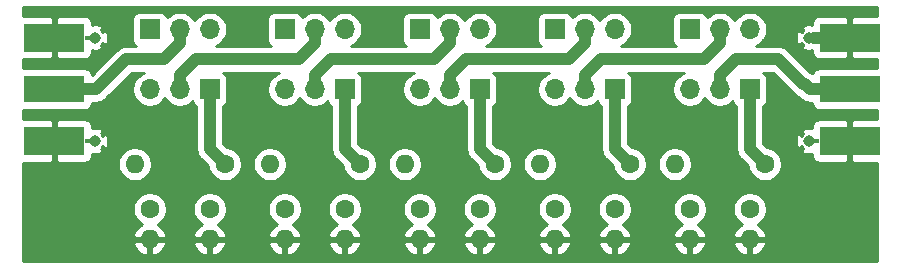
<source format=gbr>
G04 #@! TF.GenerationSoftware,KiCad,Pcbnew,(5.1.5)-3*
G04 #@! TF.CreationDate,2020-04-03T09:15:43-04:00*
G04 #@! TF.ProjectId,Project,50726f6a-6563-4742-9e6b-696361645f70,rev?*
G04 #@! TF.SameCoordinates,Original*
G04 #@! TF.FileFunction,Copper,L1,Top*
G04 #@! TF.FilePolarity,Positive*
%FSLAX46Y46*%
G04 Gerber Fmt 4.6, Leading zero omitted, Abs format (unit mm)*
G04 Created by KiCad (PCBNEW (5.1.5)-3) date 2020-04-03 09:15:43*
%MOMM*%
%LPD*%
G04 APERTURE LIST*
%ADD10R,0.950000X0.460000*%
%ADD11C,0.970000*%
%ADD12R,5.080000X2.420000*%
%ADD13R,5.080000X2.290000*%
%ADD14O,1.600000X1.600000*%
%ADD15C,1.600000*%
%ADD16O,1.700000X1.700000*%
%ADD17R,1.700000X1.700000*%
%ADD18C,1.000000*%
%ADD19C,0.254000*%
G04 APERTURE END LIST*
D10*
X193430000Y-115000000D03*
X193430000Y-123760000D03*
D11*
X192980000Y-115000000D03*
X192980000Y-123760000D03*
D12*
X196420000Y-115000000D03*
X196420000Y-123760000D03*
D13*
X196420000Y-119380000D03*
D14*
X137160000Y-132080000D03*
D15*
X137160000Y-129540000D03*
D14*
X135890000Y-125730000D03*
D15*
X143510000Y-125730000D03*
D14*
X147320000Y-125730000D03*
D15*
X154940000Y-125730000D03*
D14*
X158750000Y-125730000D03*
D15*
X166370000Y-125730000D03*
D14*
X170180000Y-125730000D03*
D15*
X177800000Y-125730000D03*
D14*
X181610000Y-125730000D03*
D15*
X189230000Y-125730000D03*
D14*
X182880000Y-132080000D03*
D15*
X182880000Y-129540000D03*
D14*
X176530000Y-132080000D03*
D15*
X176530000Y-129540000D03*
D14*
X148590000Y-132080000D03*
D15*
X148590000Y-129540000D03*
D14*
X142240000Y-132080000D03*
D15*
X142240000Y-129540000D03*
D14*
X187960000Y-132080000D03*
D15*
X187960000Y-129540000D03*
D14*
X153670000Y-132080000D03*
D15*
X153670000Y-129540000D03*
D14*
X160020000Y-132080000D03*
D15*
X160020000Y-129540000D03*
D14*
X171450000Y-132080000D03*
D15*
X171450000Y-129540000D03*
D14*
X165100000Y-132080000D03*
D15*
X165100000Y-129540000D03*
D13*
X129090000Y-119380000D03*
D12*
X129090000Y-115000000D03*
X129090000Y-123760000D03*
D11*
X132530000Y-115000000D03*
X132530000Y-123760000D03*
D10*
X132080000Y-115000000D03*
X132080000Y-123760000D03*
D16*
X142240000Y-114300000D03*
X139700000Y-114300000D03*
D17*
X137160000Y-114300000D03*
X142240000Y-119380000D03*
D16*
X139700000Y-119380000D03*
X137160000Y-119380000D03*
D17*
X148590000Y-114300000D03*
D16*
X151130000Y-114300000D03*
X153670000Y-114300000D03*
X148590000Y-119380000D03*
X151130000Y-119380000D03*
D17*
X153670000Y-119380000D03*
X160020000Y-114300000D03*
D16*
X162560000Y-114300000D03*
X165100000Y-114300000D03*
X160020000Y-119380000D03*
X162560000Y-119380000D03*
D17*
X165100000Y-119380000D03*
X171450000Y-114300000D03*
D16*
X173990000Y-114300000D03*
X176530000Y-114300000D03*
X171450000Y-119380000D03*
X173990000Y-119380000D03*
D17*
X176530000Y-119380000D03*
X182880000Y-114300000D03*
D16*
X185420000Y-114300000D03*
X187960000Y-114300000D03*
X182880000Y-119380000D03*
X185420000Y-119380000D03*
D17*
X187960000Y-119380000D03*
D18*
X132630000Y-119380000D02*
X135170000Y-116840000D01*
X129090000Y-119380000D02*
X132630000Y-119380000D01*
X139700000Y-115502081D02*
X139700000Y-114300000D01*
X138362081Y-116840000D02*
X139700000Y-115502081D01*
X135170000Y-116840000D02*
X138362081Y-116840000D01*
X196420000Y-115000000D02*
X193430000Y-115000000D01*
X142240000Y-119380000D02*
X142240000Y-124460000D01*
X142240000Y-124460000D02*
X143510000Y-125730000D01*
X139700000Y-118177919D02*
X141037919Y-116840000D01*
X139700000Y-119380000D02*
X139700000Y-118177919D01*
X149792081Y-116840000D02*
X151130000Y-115502081D01*
X151130000Y-115502081D02*
X151130000Y-114300000D01*
X141037919Y-116840000D02*
X149792081Y-116840000D01*
X151130000Y-118177919D02*
X152467919Y-116840000D01*
X151130000Y-119380000D02*
X151130000Y-118177919D01*
X161222081Y-116840000D02*
X162560000Y-115502081D01*
X162560000Y-115502081D02*
X162560000Y-114300000D01*
X152467919Y-116840000D02*
X161222081Y-116840000D01*
X153670000Y-119380000D02*
X153670000Y-124460000D01*
X153670000Y-124460000D02*
X154940000Y-125730000D01*
X162560000Y-118177919D02*
X163897919Y-116840000D01*
X162560000Y-119380000D02*
X162560000Y-118177919D01*
X173990000Y-115502081D02*
X173990000Y-114300000D01*
X172652081Y-116840000D02*
X173990000Y-115502081D01*
X163897919Y-116840000D02*
X172652081Y-116840000D01*
X165100000Y-119380000D02*
X165100000Y-124460000D01*
X165100000Y-124460000D02*
X166370000Y-125730000D01*
X173990000Y-118177919D02*
X175327919Y-116840000D01*
X173990000Y-119380000D02*
X173990000Y-118177919D01*
X185420000Y-115502081D02*
X185420000Y-114300000D01*
X184082081Y-116840000D02*
X185420000Y-115502081D01*
X175327919Y-116840000D02*
X184082081Y-116840000D01*
X176530000Y-119380000D02*
X176530000Y-124460000D01*
X176530000Y-124460000D02*
X177800000Y-125730000D01*
X190369999Y-116840000D02*
X192490000Y-118960001D01*
X192490000Y-118960001D02*
X192620001Y-118960001D01*
X193040000Y-119380000D02*
X196030000Y-119380000D01*
X192620001Y-118960001D02*
X193040000Y-119380000D01*
X185420000Y-118177919D02*
X186757919Y-116840000D01*
X185420000Y-119380000D02*
X185420000Y-118177919D01*
X186757919Y-116840000D02*
X190369999Y-116840000D01*
X187960000Y-119380000D02*
X187960000Y-124460000D01*
X187960000Y-124460000D02*
X189230000Y-125730000D01*
D19*
G36*
X136456589Y-118064010D02*
G01*
X136213368Y-118226525D01*
X136006525Y-118433368D01*
X135844010Y-118676589D01*
X135732068Y-118946842D01*
X135675000Y-119233740D01*
X135675000Y-119526260D01*
X135732068Y-119813158D01*
X135844010Y-120083411D01*
X136006525Y-120326632D01*
X136213368Y-120533475D01*
X136456589Y-120695990D01*
X136726842Y-120807932D01*
X137013740Y-120865000D01*
X137306260Y-120865000D01*
X137593158Y-120807932D01*
X137863411Y-120695990D01*
X138106632Y-120533475D01*
X138313475Y-120326632D01*
X138430000Y-120152240D01*
X138546525Y-120326632D01*
X138753368Y-120533475D01*
X138996589Y-120695990D01*
X139266842Y-120807932D01*
X139553740Y-120865000D01*
X139846260Y-120865000D01*
X140133158Y-120807932D01*
X140403411Y-120695990D01*
X140646632Y-120533475D01*
X140778487Y-120401620D01*
X140800498Y-120474180D01*
X140859463Y-120584494D01*
X140938815Y-120681185D01*
X141035506Y-120760537D01*
X141105000Y-120797683D01*
X141105001Y-124404239D01*
X141099509Y-124460000D01*
X141121423Y-124682498D01*
X141186324Y-124896446D01*
X141186325Y-124896447D01*
X141291717Y-125093623D01*
X141433552Y-125266449D01*
X141476860Y-125301991D01*
X142082150Y-125907282D01*
X142130147Y-126148574D01*
X142238320Y-126409727D01*
X142395363Y-126644759D01*
X142595241Y-126844637D01*
X142830273Y-127001680D01*
X143091426Y-127109853D01*
X143368665Y-127165000D01*
X143651335Y-127165000D01*
X143928574Y-127109853D01*
X144189727Y-127001680D01*
X144424759Y-126844637D01*
X144624637Y-126644759D01*
X144781680Y-126409727D01*
X144889853Y-126148574D01*
X144945000Y-125871335D01*
X144945000Y-125588665D01*
X145885000Y-125588665D01*
X145885000Y-125871335D01*
X145940147Y-126148574D01*
X146048320Y-126409727D01*
X146205363Y-126644759D01*
X146405241Y-126844637D01*
X146640273Y-127001680D01*
X146901426Y-127109853D01*
X147178665Y-127165000D01*
X147461335Y-127165000D01*
X147738574Y-127109853D01*
X147999727Y-127001680D01*
X148234759Y-126844637D01*
X148434637Y-126644759D01*
X148591680Y-126409727D01*
X148699853Y-126148574D01*
X148755000Y-125871335D01*
X148755000Y-125588665D01*
X148699853Y-125311426D01*
X148591680Y-125050273D01*
X148434637Y-124815241D01*
X148234759Y-124615363D01*
X147999727Y-124458320D01*
X147738574Y-124350147D01*
X147461335Y-124295000D01*
X147178665Y-124295000D01*
X146901426Y-124350147D01*
X146640273Y-124458320D01*
X146405241Y-124615363D01*
X146205363Y-124815241D01*
X146048320Y-125050273D01*
X145940147Y-125311426D01*
X145885000Y-125588665D01*
X144945000Y-125588665D01*
X144889853Y-125311426D01*
X144781680Y-125050273D01*
X144624637Y-124815241D01*
X144424759Y-124615363D01*
X144189727Y-124458320D01*
X143928574Y-124350147D01*
X143687282Y-124302150D01*
X143375000Y-123989869D01*
X143375000Y-120797683D01*
X143444494Y-120760537D01*
X143541185Y-120681185D01*
X143620537Y-120584494D01*
X143679502Y-120474180D01*
X143715812Y-120354482D01*
X143728072Y-120230000D01*
X143728072Y-118530000D01*
X143715812Y-118405518D01*
X143679502Y-118285820D01*
X143620537Y-118175506D01*
X143541185Y-118078815D01*
X143444494Y-117999463D01*
X143398728Y-117975000D01*
X148101479Y-117975000D01*
X147886589Y-118064010D01*
X147643368Y-118226525D01*
X147436525Y-118433368D01*
X147274010Y-118676589D01*
X147162068Y-118946842D01*
X147105000Y-119233740D01*
X147105000Y-119526260D01*
X147162068Y-119813158D01*
X147274010Y-120083411D01*
X147436525Y-120326632D01*
X147643368Y-120533475D01*
X147886589Y-120695990D01*
X148156842Y-120807932D01*
X148443740Y-120865000D01*
X148736260Y-120865000D01*
X149023158Y-120807932D01*
X149293411Y-120695990D01*
X149536632Y-120533475D01*
X149743475Y-120326632D01*
X149860000Y-120152240D01*
X149976525Y-120326632D01*
X150183368Y-120533475D01*
X150426589Y-120695990D01*
X150696842Y-120807932D01*
X150983740Y-120865000D01*
X151276260Y-120865000D01*
X151563158Y-120807932D01*
X151833411Y-120695990D01*
X152076632Y-120533475D01*
X152208487Y-120401620D01*
X152230498Y-120474180D01*
X152289463Y-120584494D01*
X152368815Y-120681185D01*
X152465506Y-120760537D01*
X152535000Y-120797683D01*
X152535001Y-124404239D01*
X152529509Y-124460000D01*
X152551423Y-124682498D01*
X152616324Y-124896446D01*
X152616325Y-124896447D01*
X152721717Y-125093623D01*
X152863552Y-125266449D01*
X152906860Y-125301991D01*
X153512150Y-125907282D01*
X153560147Y-126148574D01*
X153668320Y-126409727D01*
X153825363Y-126644759D01*
X154025241Y-126844637D01*
X154260273Y-127001680D01*
X154521426Y-127109853D01*
X154798665Y-127165000D01*
X155081335Y-127165000D01*
X155358574Y-127109853D01*
X155619727Y-127001680D01*
X155854759Y-126844637D01*
X156054637Y-126644759D01*
X156211680Y-126409727D01*
X156319853Y-126148574D01*
X156375000Y-125871335D01*
X156375000Y-125588665D01*
X157315000Y-125588665D01*
X157315000Y-125871335D01*
X157370147Y-126148574D01*
X157478320Y-126409727D01*
X157635363Y-126644759D01*
X157835241Y-126844637D01*
X158070273Y-127001680D01*
X158331426Y-127109853D01*
X158608665Y-127165000D01*
X158891335Y-127165000D01*
X159168574Y-127109853D01*
X159429727Y-127001680D01*
X159664759Y-126844637D01*
X159864637Y-126644759D01*
X160021680Y-126409727D01*
X160129853Y-126148574D01*
X160185000Y-125871335D01*
X160185000Y-125588665D01*
X160129853Y-125311426D01*
X160021680Y-125050273D01*
X159864637Y-124815241D01*
X159664759Y-124615363D01*
X159429727Y-124458320D01*
X159168574Y-124350147D01*
X158891335Y-124295000D01*
X158608665Y-124295000D01*
X158331426Y-124350147D01*
X158070273Y-124458320D01*
X157835241Y-124615363D01*
X157635363Y-124815241D01*
X157478320Y-125050273D01*
X157370147Y-125311426D01*
X157315000Y-125588665D01*
X156375000Y-125588665D01*
X156319853Y-125311426D01*
X156211680Y-125050273D01*
X156054637Y-124815241D01*
X155854759Y-124615363D01*
X155619727Y-124458320D01*
X155358574Y-124350147D01*
X155117282Y-124302150D01*
X154805000Y-123989869D01*
X154805000Y-120797683D01*
X154874494Y-120760537D01*
X154971185Y-120681185D01*
X155050537Y-120584494D01*
X155109502Y-120474180D01*
X155145812Y-120354482D01*
X155158072Y-120230000D01*
X155158072Y-118530000D01*
X155145812Y-118405518D01*
X155109502Y-118285820D01*
X155050537Y-118175506D01*
X154971185Y-118078815D01*
X154874494Y-117999463D01*
X154828728Y-117975000D01*
X159531479Y-117975000D01*
X159316589Y-118064010D01*
X159073368Y-118226525D01*
X158866525Y-118433368D01*
X158704010Y-118676589D01*
X158592068Y-118946842D01*
X158535000Y-119233740D01*
X158535000Y-119526260D01*
X158592068Y-119813158D01*
X158704010Y-120083411D01*
X158866525Y-120326632D01*
X159073368Y-120533475D01*
X159316589Y-120695990D01*
X159586842Y-120807932D01*
X159873740Y-120865000D01*
X160166260Y-120865000D01*
X160453158Y-120807932D01*
X160723411Y-120695990D01*
X160966632Y-120533475D01*
X161173475Y-120326632D01*
X161290000Y-120152240D01*
X161406525Y-120326632D01*
X161613368Y-120533475D01*
X161856589Y-120695990D01*
X162126842Y-120807932D01*
X162413740Y-120865000D01*
X162706260Y-120865000D01*
X162993158Y-120807932D01*
X163263411Y-120695990D01*
X163506632Y-120533475D01*
X163638487Y-120401620D01*
X163660498Y-120474180D01*
X163719463Y-120584494D01*
X163798815Y-120681185D01*
X163895506Y-120760537D01*
X163965000Y-120797683D01*
X163965001Y-124404239D01*
X163959509Y-124460000D01*
X163981423Y-124682498D01*
X164046324Y-124896446D01*
X164046325Y-124896447D01*
X164151717Y-125093623D01*
X164293552Y-125266449D01*
X164336860Y-125301991D01*
X164942150Y-125907282D01*
X164990147Y-126148574D01*
X165098320Y-126409727D01*
X165255363Y-126644759D01*
X165455241Y-126844637D01*
X165690273Y-127001680D01*
X165951426Y-127109853D01*
X166228665Y-127165000D01*
X166511335Y-127165000D01*
X166788574Y-127109853D01*
X167049727Y-127001680D01*
X167284759Y-126844637D01*
X167484637Y-126644759D01*
X167641680Y-126409727D01*
X167749853Y-126148574D01*
X167805000Y-125871335D01*
X167805000Y-125588665D01*
X168745000Y-125588665D01*
X168745000Y-125871335D01*
X168800147Y-126148574D01*
X168908320Y-126409727D01*
X169065363Y-126644759D01*
X169265241Y-126844637D01*
X169500273Y-127001680D01*
X169761426Y-127109853D01*
X170038665Y-127165000D01*
X170321335Y-127165000D01*
X170598574Y-127109853D01*
X170859727Y-127001680D01*
X171094759Y-126844637D01*
X171294637Y-126644759D01*
X171451680Y-126409727D01*
X171559853Y-126148574D01*
X171615000Y-125871335D01*
X171615000Y-125588665D01*
X171559853Y-125311426D01*
X171451680Y-125050273D01*
X171294637Y-124815241D01*
X171094759Y-124615363D01*
X170859727Y-124458320D01*
X170598574Y-124350147D01*
X170321335Y-124295000D01*
X170038665Y-124295000D01*
X169761426Y-124350147D01*
X169500273Y-124458320D01*
X169265241Y-124615363D01*
X169065363Y-124815241D01*
X168908320Y-125050273D01*
X168800147Y-125311426D01*
X168745000Y-125588665D01*
X167805000Y-125588665D01*
X167749853Y-125311426D01*
X167641680Y-125050273D01*
X167484637Y-124815241D01*
X167284759Y-124615363D01*
X167049727Y-124458320D01*
X166788574Y-124350147D01*
X166547282Y-124302150D01*
X166235000Y-123989869D01*
X166235000Y-120797683D01*
X166304494Y-120760537D01*
X166401185Y-120681185D01*
X166480537Y-120584494D01*
X166539502Y-120474180D01*
X166575812Y-120354482D01*
X166588072Y-120230000D01*
X166588072Y-118530000D01*
X166575812Y-118405518D01*
X166539502Y-118285820D01*
X166480537Y-118175506D01*
X166401185Y-118078815D01*
X166304494Y-117999463D01*
X166258728Y-117975000D01*
X170961479Y-117975000D01*
X170746589Y-118064010D01*
X170503368Y-118226525D01*
X170296525Y-118433368D01*
X170134010Y-118676589D01*
X170022068Y-118946842D01*
X169965000Y-119233740D01*
X169965000Y-119526260D01*
X170022068Y-119813158D01*
X170134010Y-120083411D01*
X170296525Y-120326632D01*
X170503368Y-120533475D01*
X170746589Y-120695990D01*
X171016842Y-120807932D01*
X171303740Y-120865000D01*
X171596260Y-120865000D01*
X171883158Y-120807932D01*
X172153411Y-120695990D01*
X172396632Y-120533475D01*
X172603475Y-120326632D01*
X172720000Y-120152240D01*
X172836525Y-120326632D01*
X173043368Y-120533475D01*
X173286589Y-120695990D01*
X173556842Y-120807932D01*
X173843740Y-120865000D01*
X174136260Y-120865000D01*
X174423158Y-120807932D01*
X174693411Y-120695990D01*
X174936632Y-120533475D01*
X175068487Y-120401620D01*
X175090498Y-120474180D01*
X175149463Y-120584494D01*
X175228815Y-120681185D01*
X175325506Y-120760537D01*
X175395000Y-120797683D01*
X175395001Y-124404239D01*
X175389509Y-124460000D01*
X175411423Y-124682498D01*
X175476324Y-124896446D01*
X175476325Y-124896447D01*
X175581717Y-125093623D01*
X175723552Y-125266449D01*
X175766860Y-125301991D01*
X176372150Y-125907282D01*
X176420147Y-126148574D01*
X176528320Y-126409727D01*
X176685363Y-126644759D01*
X176885241Y-126844637D01*
X177120273Y-127001680D01*
X177381426Y-127109853D01*
X177658665Y-127165000D01*
X177941335Y-127165000D01*
X178218574Y-127109853D01*
X178479727Y-127001680D01*
X178714759Y-126844637D01*
X178914637Y-126644759D01*
X179071680Y-126409727D01*
X179179853Y-126148574D01*
X179235000Y-125871335D01*
X179235000Y-125588665D01*
X180175000Y-125588665D01*
X180175000Y-125871335D01*
X180230147Y-126148574D01*
X180338320Y-126409727D01*
X180495363Y-126644759D01*
X180695241Y-126844637D01*
X180930273Y-127001680D01*
X181191426Y-127109853D01*
X181468665Y-127165000D01*
X181751335Y-127165000D01*
X182028574Y-127109853D01*
X182289727Y-127001680D01*
X182524759Y-126844637D01*
X182724637Y-126644759D01*
X182881680Y-126409727D01*
X182989853Y-126148574D01*
X183045000Y-125871335D01*
X183045000Y-125588665D01*
X182989853Y-125311426D01*
X182881680Y-125050273D01*
X182724637Y-124815241D01*
X182524759Y-124615363D01*
X182289727Y-124458320D01*
X182028574Y-124350147D01*
X181751335Y-124295000D01*
X181468665Y-124295000D01*
X181191426Y-124350147D01*
X180930273Y-124458320D01*
X180695241Y-124615363D01*
X180495363Y-124815241D01*
X180338320Y-125050273D01*
X180230147Y-125311426D01*
X180175000Y-125588665D01*
X179235000Y-125588665D01*
X179179853Y-125311426D01*
X179071680Y-125050273D01*
X178914637Y-124815241D01*
X178714759Y-124615363D01*
X178479727Y-124458320D01*
X178218574Y-124350147D01*
X177977282Y-124302150D01*
X177665000Y-123989869D01*
X177665000Y-120797683D01*
X177734494Y-120760537D01*
X177831185Y-120681185D01*
X177910537Y-120584494D01*
X177969502Y-120474180D01*
X178005812Y-120354482D01*
X178018072Y-120230000D01*
X178018072Y-118530000D01*
X178005812Y-118405518D01*
X177969502Y-118285820D01*
X177910537Y-118175506D01*
X177831185Y-118078815D01*
X177734494Y-117999463D01*
X177688728Y-117975000D01*
X182391479Y-117975000D01*
X182176589Y-118064010D01*
X181933368Y-118226525D01*
X181726525Y-118433368D01*
X181564010Y-118676589D01*
X181452068Y-118946842D01*
X181395000Y-119233740D01*
X181395000Y-119526260D01*
X181452068Y-119813158D01*
X181564010Y-120083411D01*
X181726525Y-120326632D01*
X181933368Y-120533475D01*
X182176589Y-120695990D01*
X182446842Y-120807932D01*
X182733740Y-120865000D01*
X183026260Y-120865000D01*
X183313158Y-120807932D01*
X183583411Y-120695990D01*
X183826632Y-120533475D01*
X184033475Y-120326632D01*
X184150000Y-120152240D01*
X184266525Y-120326632D01*
X184473368Y-120533475D01*
X184716589Y-120695990D01*
X184986842Y-120807932D01*
X185273740Y-120865000D01*
X185566260Y-120865000D01*
X185853158Y-120807932D01*
X186123411Y-120695990D01*
X186366632Y-120533475D01*
X186498487Y-120401620D01*
X186520498Y-120474180D01*
X186579463Y-120584494D01*
X186658815Y-120681185D01*
X186755506Y-120760537D01*
X186825000Y-120797683D01*
X186825001Y-124404239D01*
X186819509Y-124460000D01*
X186841423Y-124682498D01*
X186906324Y-124896446D01*
X186906325Y-124896447D01*
X187011717Y-125093623D01*
X187153552Y-125266449D01*
X187196860Y-125301991D01*
X187802150Y-125907282D01*
X187850147Y-126148574D01*
X187958320Y-126409727D01*
X188115363Y-126644759D01*
X188315241Y-126844637D01*
X188550273Y-127001680D01*
X188811426Y-127109853D01*
X189088665Y-127165000D01*
X189371335Y-127165000D01*
X189648574Y-127109853D01*
X189909727Y-127001680D01*
X190144759Y-126844637D01*
X190344637Y-126644759D01*
X190501680Y-126409727D01*
X190609853Y-126148574D01*
X190665000Y-125871335D01*
X190665000Y-125588665D01*
X190609853Y-125311426D01*
X190501680Y-125050273D01*
X190344637Y-124815241D01*
X190144759Y-124615363D01*
X189909727Y-124458320D01*
X189648574Y-124350147D01*
X189407282Y-124302150D01*
X189095000Y-123989869D01*
X189095000Y-123843001D01*
X191857645Y-123843001D01*
X191895404Y-124060367D01*
X191974842Y-124266189D01*
X192000684Y-124314534D01*
X192212584Y-124347811D01*
X192356748Y-124203647D01*
X192370507Y-124245937D01*
X192431669Y-124355048D01*
X192492910Y-124426695D01*
X192392189Y-124527416D01*
X192425466Y-124739316D01*
X192627176Y-124828683D01*
X192842445Y-124876981D01*
X193063001Y-124882355D01*
X193242323Y-124851205D01*
X193241928Y-124970000D01*
X193254188Y-125094482D01*
X193290498Y-125214180D01*
X193349463Y-125324494D01*
X193428815Y-125421185D01*
X193525506Y-125500537D01*
X193635820Y-125559502D01*
X193755518Y-125595812D01*
X193880000Y-125608072D01*
X196134250Y-125605000D01*
X196293000Y-125446250D01*
X196293000Y-123887000D01*
X196273000Y-123887000D01*
X196273000Y-123633000D01*
X196293000Y-123633000D01*
X196293000Y-122073750D01*
X196134250Y-121915000D01*
X193880000Y-121911928D01*
X193755518Y-121924188D01*
X193635820Y-121960498D01*
X193525506Y-122019463D01*
X193428815Y-122098815D01*
X193349463Y-122195506D01*
X193290498Y-122305820D01*
X193254188Y-122425518D01*
X193241928Y-122550000D01*
X193242330Y-122671014D01*
X193117555Y-122643019D01*
X192896999Y-122637645D01*
X192679633Y-122675404D01*
X192473811Y-122754842D01*
X192425466Y-122780684D01*
X192392189Y-122992584D01*
X192492910Y-123093305D01*
X192431669Y-123164952D01*
X192370507Y-123274063D01*
X192356748Y-123316353D01*
X192212584Y-123172189D01*
X192000684Y-123205466D01*
X191911317Y-123407176D01*
X191863019Y-123622445D01*
X191857645Y-123843001D01*
X189095000Y-123843001D01*
X189095000Y-120797683D01*
X189164494Y-120760537D01*
X189261185Y-120681185D01*
X189340537Y-120584494D01*
X189399502Y-120474180D01*
X189435812Y-120354482D01*
X189448072Y-120230000D01*
X189448072Y-118530000D01*
X189435812Y-118405518D01*
X189399502Y-118285820D01*
X189340537Y-118175506D01*
X189261185Y-118078815D01*
X189164494Y-117999463D01*
X189118728Y-117975000D01*
X189899868Y-117975000D01*
X191648009Y-119723142D01*
X191683551Y-119766450D01*
X191856377Y-119908285D01*
X192053553Y-120013677D01*
X192075075Y-120020206D01*
X192198004Y-120143135D01*
X192233551Y-120186449D01*
X192406377Y-120328284D01*
X192603553Y-120433676D01*
X192817501Y-120498577D01*
X192984248Y-120515000D01*
X192984257Y-120515000D01*
X193039999Y-120520490D01*
X193095741Y-120515000D01*
X193241928Y-120515000D01*
X193241928Y-120525000D01*
X193254188Y-120649482D01*
X193290498Y-120769180D01*
X193349463Y-120879494D01*
X193428815Y-120976185D01*
X193525506Y-121055537D01*
X193635820Y-121114502D01*
X193755518Y-121150812D01*
X193880000Y-121163072D01*
X198695001Y-121163072D01*
X198695001Y-121912289D01*
X196705750Y-121915000D01*
X196547000Y-122073750D01*
X196547000Y-123633000D01*
X196567000Y-123633000D01*
X196567000Y-123887000D01*
X196547000Y-123887000D01*
X196547000Y-125446250D01*
X196705750Y-125605000D01*
X198695000Y-125607711D01*
X198695000Y-133925000D01*
X126425000Y-133925000D01*
X126425000Y-132429040D01*
X135768091Y-132429040D01*
X135862930Y-132693881D01*
X136007615Y-132935131D01*
X136196586Y-133143519D01*
X136422580Y-133311037D01*
X136676913Y-133431246D01*
X136810961Y-133471904D01*
X137033000Y-133349915D01*
X137033000Y-132207000D01*
X137287000Y-132207000D01*
X137287000Y-133349915D01*
X137509039Y-133471904D01*
X137643087Y-133431246D01*
X137897420Y-133311037D01*
X138123414Y-133143519D01*
X138312385Y-132935131D01*
X138457070Y-132693881D01*
X138551909Y-132429040D01*
X140848091Y-132429040D01*
X140942930Y-132693881D01*
X141087615Y-132935131D01*
X141276586Y-133143519D01*
X141502580Y-133311037D01*
X141756913Y-133431246D01*
X141890961Y-133471904D01*
X142113000Y-133349915D01*
X142113000Y-132207000D01*
X142367000Y-132207000D01*
X142367000Y-133349915D01*
X142589039Y-133471904D01*
X142723087Y-133431246D01*
X142977420Y-133311037D01*
X143203414Y-133143519D01*
X143392385Y-132935131D01*
X143537070Y-132693881D01*
X143631909Y-132429040D01*
X147198091Y-132429040D01*
X147292930Y-132693881D01*
X147437615Y-132935131D01*
X147626586Y-133143519D01*
X147852580Y-133311037D01*
X148106913Y-133431246D01*
X148240961Y-133471904D01*
X148463000Y-133349915D01*
X148463000Y-132207000D01*
X148717000Y-132207000D01*
X148717000Y-133349915D01*
X148939039Y-133471904D01*
X149073087Y-133431246D01*
X149327420Y-133311037D01*
X149553414Y-133143519D01*
X149742385Y-132935131D01*
X149887070Y-132693881D01*
X149981909Y-132429040D01*
X152278091Y-132429040D01*
X152372930Y-132693881D01*
X152517615Y-132935131D01*
X152706586Y-133143519D01*
X152932580Y-133311037D01*
X153186913Y-133431246D01*
X153320961Y-133471904D01*
X153543000Y-133349915D01*
X153543000Y-132207000D01*
X153797000Y-132207000D01*
X153797000Y-133349915D01*
X154019039Y-133471904D01*
X154153087Y-133431246D01*
X154407420Y-133311037D01*
X154633414Y-133143519D01*
X154822385Y-132935131D01*
X154967070Y-132693881D01*
X155061909Y-132429040D01*
X158628091Y-132429040D01*
X158722930Y-132693881D01*
X158867615Y-132935131D01*
X159056586Y-133143519D01*
X159282580Y-133311037D01*
X159536913Y-133431246D01*
X159670961Y-133471904D01*
X159893000Y-133349915D01*
X159893000Y-132207000D01*
X160147000Y-132207000D01*
X160147000Y-133349915D01*
X160369039Y-133471904D01*
X160503087Y-133431246D01*
X160757420Y-133311037D01*
X160983414Y-133143519D01*
X161172385Y-132935131D01*
X161317070Y-132693881D01*
X161411909Y-132429040D01*
X163708091Y-132429040D01*
X163802930Y-132693881D01*
X163947615Y-132935131D01*
X164136586Y-133143519D01*
X164362580Y-133311037D01*
X164616913Y-133431246D01*
X164750961Y-133471904D01*
X164973000Y-133349915D01*
X164973000Y-132207000D01*
X165227000Y-132207000D01*
X165227000Y-133349915D01*
X165449039Y-133471904D01*
X165583087Y-133431246D01*
X165837420Y-133311037D01*
X166063414Y-133143519D01*
X166252385Y-132935131D01*
X166397070Y-132693881D01*
X166491909Y-132429040D01*
X170058091Y-132429040D01*
X170152930Y-132693881D01*
X170297615Y-132935131D01*
X170486586Y-133143519D01*
X170712580Y-133311037D01*
X170966913Y-133431246D01*
X171100961Y-133471904D01*
X171323000Y-133349915D01*
X171323000Y-132207000D01*
X171577000Y-132207000D01*
X171577000Y-133349915D01*
X171799039Y-133471904D01*
X171933087Y-133431246D01*
X172187420Y-133311037D01*
X172413414Y-133143519D01*
X172602385Y-132935131D01*
X172747070Y-132693881D01*
X172841909Y-132429040D01*
X175138091Y-132429040D01*
X175232930Y-132693881D01*
X175377615Y-132935131D01*
X175566586Y-133143519D01*
X175792580Y-133311037D01*
X176046913Y-133431246D01*
X176180961Y-133471904D01*
X176403000Y-133349915D01*
X176403000Y-132207000D01*
X176657000Y-132207000D01*
X176657000Y-133349915D01*
X176879039Y-133471904D01*
X177013087Y-133431246D01*
X177267420Y-133311037D01*
X177493414Y-133143519D01*
X177682385Y-132935131D01*
X177827070Y-132693881D01*
X177921909Y-132429040D01*
X181488091Y-132429040D01*
X181582930Y-132693881D01*
X181727615Y-132935131D01*
X181916586Y-133143519D01*
X182142580Y-133311037D01*
X182396913Y-133431246D01*
X182530961Y-133471904D01*
X182753000Y-133349915D01*
X182753000Y-132207000D01*
X183007000Y-132207000D01*
X183007000Y-133349915D01*
X183229039Y-133471904D01*
X183363087Y-133431246D01*
X183617420Y-133311037D01*
X183843414Y-133143519D01*
X184032385Y-132935131D01*
X184177070Y-132693881D01*
X184271909Y-132429040D01*
X186568091Y-132429040D01*
X186662930Y-132693881D01*
X186807615Y-132935131D01*
X186996586Y-133143519D01*
X187222580Y-133311037D01*
X187476913Y-133431246D01*
X187610961Y-133471904D01*
X187833000Y-133349915D01*
X187833000Y-132207000D01*
X188087000Y-132207000D01*
X188087000Y-133349915D01*
X188309039Y-133471904D01*
X188443087Y-133431246D01*
X188697420Y-133311037D01*
X188923414Y-133143519D01*
X189112385Y-132935131D01*
X189257070Y-132693881D01*
X189351909Y-132429040D01*
X189230624Y-132207000D01*
X188087000Y-132207000D01*
X187833000Y-132207000D01*
X186689376Y-132207000D01*
X186568091Y-132429040D01*
X184271909Y-132429040D01*
X184150624Y-132207000D01*
X183007000Y-132207000D01*
X182753000Y-132207000D01*
X181609376Y-132207000D01*
X181488091Y-132429040D01*
X177921909Y-132429040D01*
X177800624Y-132207000D01*
X176657000Y-132207000D01*
X176403000Y-132207000D01*
X175259376Y-132207000D01*
X175138091Y-132429040D01*
X172841909Y-132429040D01*
X172720624Y-132207000D01*
X171577000Y-132207000D01*
X171323000Y-132207000D01*
X170179376Y-132207000D01*
X170058091Y-132429040D01*
X166491909Y-132429040D01*
X166370624Y-132207000D01*
X165227000Y-132207000D01*
X164973000Y-132207000D01*
X163829376Y-132207000D01*
X163708091Y-132429040D01*
X161411909Y-132429040D01*
X161290624Y-132207000D01*
X160147000Y-132207000D01*
X159893000Y-132207000D01*
X158749376Y-132207000D01*
X158628091Y-132429040D01*
X155061909Y-132429040D01*
X154940624Y-132207000D01*
X153797000Y-132207000D01*
X153543000Y-132207000D01*
X152399376Y-132207000D01*
X152278091Y-132429040D01*
X149981909Y-132429040D01*
X149860624Y-132207000D01*
X148717000Y-132207000D01*
X148463000Y-132207000D01*
X147319376Y-132207000D01*
X147198091Y-132429040D01*
X143631909Y-132429040D01*
X143510624Y-132207000D01*
X142367000Y-132207000D01*
X142113000Y-132207000D01*
X140969376Y-132207000D01*
X140848091Y-132429040D01*
X138551909Y-132429040D01*
X138430624Y-132207000D01*
X137287000Y-132207000D01*
X137033000Y-132207000D01*
X135889376Y-132207000D01*
X135768091Y-132429040D01*
X126425000Y-132429040D01*
X126425000Y-129398665D01*
X135725000Y-129398665D01*
X135725000Y-129681335D01*
X135780147Y-129958574D01*
X135888320Y-130219727D01*
X136045363Y-130454759D01*
X136245241Y-130654637D01*
X136480273Y-130811680D01*
X136491565Y-130816357D01*
X136422580Y-130848963D01*
X136196586Y-131016481D01*
X136007615Y-131224869D01*
X135862930Y-131466119D01*
X135768091Y-131730960D01*
X135889376Y-131953000D01*
X137033000Y-131953000D01*
X137033000Y-131933000D01*
X137287000Y-131933000D01*
X137287000Y-131953000D01*
X138430624Y-131953000D01*
X138551909Y-131730960D01*
X138457070Y-131466119D01*
X138312385Y-131224869D01*
X138123414Y-131016481D01*
X137897420Y-130848963D01*
X137828435Y-130816357D01*
X137839727Y-130811680D01*
X138074759Y-130654637D01*
X138274637Y-130454759D01*
X138431680Y-130219727D01*
X138539853Y-129958574D01*
X138595000Y-129681335D01*
X138595000Y-129398665D01*
X140805000Y-129398665D01*
X140805000Y-129681335D01*
X140860147Y-129958574D01*
X140968320Y-130219727D01*
X141125363Y-130454759D01*
X141325241Y-130654637D01*
X141560273Y-130811680D01*
X141571565Y-130816357D01*
X141502580Y-130848963D01*
X141276586Y-131016481D01*
X141087615Y-131224869D01*
X140942930Y-131466119D01*
X140848091Y-131730960D01*
X140969376Y-131953000D01*
X142113000Y-131953000D01*
X142113000Y-131933000D01*
X142367000Y-131933000D01*
X142367000Y-131953000D01*
X143510624Y-131953000D01*
X143631909Y-131730960D01*
X143537070Y-131466119D01*
X143392385Y-131224869D01*
X143203414Y-131016481D01*
X142977420Y-130848963D01*
X142908435Y-130816357D01*
X142919727Y-130811680D01*
X143154759Y-130654637D01*
X143354637Y-130454759D01*
X143511680Y-130219727D01*
X143619853Y-129958574D01*
X143675000Y-129681335D01*
X143675000Y-129398665D01*
X147155000Y-129398665D01*
X147155000Y-129681335D01*
X147210147Y-129958574D01*
X147318320Y-130219727D01*
X147475363Y-130454759D01*
X147675241Y-130654637D01*
X147910273Y-130811680D01*
X147921565Y-130816357D01*
X147852580Y-130848963D01*
X147626586Y-131016481D01*
X147437615Y-131224869D01*
X147292930Y-131466119D01*
X147198091Y-131730960D01*
X147319376Y-131953000D01*
X148463000Y-131953000D01*
X148463000Y-131933000D01*
X148717000Y-131933000D01*
X148717000Y-131953000D01*
X149860624Y-131953000D01*
X149981909Y-131730960D01*
X149887070Y-131466119D01*
X149742385Y-131224869D01*
X149553414Y-131016481D01*
X149327420Y-130848963D01*
X149258435Y-130816357D01*
X149269727Y-130811680D01*
X149504759Y-130654637D01*
X149704637Y-130454759D01*
X149861680Y-130219727D01*
X149969853Y-129958574D01*
X150025000Y-129681335D01*
X150025000Y-129398665D01*
X152235000Y-129398665D01*
X152235000Y-129681335D01*
X152290147Y-129958574D01*
X152398320Y-130219727D01*
X152555363Y-130454759D01*
X152755241Y-130654637D01*
X152990273Y-130811680D01*
X153001565Y-130816357D01*
X152932580Y-130848963D01*
X152706586Y-131016481D01*
X152517615Y-131224869D01*
X152372930Y-131466119D01*
X152278091Y-131730960D01*
X152399376Y-131953000D01*
X153543000Y-131953000D01*
X153543000Y-131933000D01*
X153797000Y-131933000D01*
X153797000Y-131953000D01*
X154940624Y-131953000D01*
X155061909Y-131730960D01*
X154967070Y-131466119D01*
X154822385Y-131224869D01*
X154633414Y-131016481D01*
X154407420Y-130848963D01*
X154338435Y-130816357D01*
X154349727Y-130811680D01*
X154584759Y-130654637D01*
X154784637Y-130454759D01*
X154941680Y-130219727D01*
X155049853Y-129958574D01*
X155105000Y-129681335D01*
X155105000Y-129398665D01*
X158585000Y-129398665D01*
X158585000Y-129681335D01*
X158640147Y-129958574D01*
X158748320Y-130219727D01*
X158905363Y-130454759D01*
X159105241Y-130654637D01*
X159340273Y-130811680D01*
X159351565Y-130816357D01*
X159282580Y-130848963D01*
X159056586Y-131016481D01*
X158867615Y-131224869D01*
X158722930Y-131466119D01*
X158628091Y-131730960D01*
X158749376Y-131953000D01*
X159893000Y-131953000D01*
X159893000Y-131933000D01*
X160147000Y-131933000D01*
X160147000Y-131953000D01*
X161290624Y-131953000D01*
X161411909Y-131730960D01*
X161317070Y-131466119D01*
X161172385Y-131224869D01*
X160983414Y-131016481D01*
X160757420Y-130848963D01*
X160688435Y-130816357D01*
X160699727Y-130811680D01*
X160934759Y-130654637D01*
X161134637Y-130454759D01*
X161291680Y-130219727D01*
X161399853Y-129958574D01*
X161455000Y-129681335D01*
X161455000Y-129398665D01*
X163665000Y-129398665D01*
X163665000Y-129681335D01*
X163720147Y-129958574D01*
X163828320Y-130219727D01*
X163985363Y-130454759D01*
X164185241Y-130654637D01*
X164420273Y-130811680D01*
X164431565Y-130816357D01*
X164362580Y-130848963D01*
X164136586Y-131016481D01*
X163947615Y-131224869D01*
X163802930Y-131466119D01*
X163708091Y-131730960D01*
X163829376Y-131953000D01*
X164973000Y-131953000D01*
X164973000Y-131933000D01*
X165227000Y-131933000D01*
X165227000Y-131953000D01*
X166370624Y-131953000D01*
X166491909Y-131730960D01*
X166397070Y-131466119D01*
X166252385Y-131224869D01*
X166063414Y-131016481D01*
X165837420Y-130848963D01*
X165768435Y-130816357D01*
X165779727Y-130811680D01*
X166014759Y-130654637D01*
X166214637Y-130454759D01*
X166371680Y-130219727D01*
X166479853Y-129958574D01*
X166535000Y-129681335D01*
X166535000Y-129398665D01*
X170015000Y-129398665D01*
X170015000Y-129681335D01*
X170070147Y-129958574D01*
X170178320Y-130219727D01*
X170335363Y-130454759D01*
X170535241Y-130654637D01*
X170770273Y-130811680D01*
X170781565Y-130816357D01*
X170712580Y-130848963D01*
X170486586Y-131016481D01*
X170297615Y-131224869D01*
X170152930Y-131466119D01*
X170058091Y-131730960D01*
X170179376Y-131953000D01*
X171323000Y-131953000D01*
X171323000Y-131933000D01*
X171577000Y-131933000D01*
X171577000Y-131953000D01*
X172720624Y-131953000D01*
X172841909Y-131730960D01*
X172747070Y-131466119D01*
X172602385Y-131224869D01*
X172413414Y-131016481D01*
X172187420Y-130848963D01*
X172118435Y-130816357D01*
X172129727Y-130811680D01*
X172364759Y-130654637D01*
X172564637Y-130454759D01*
X172721680Y-130219727D01*
X172829853Y-129958574D01*
X172885000Y-129681335D01*
X172885000Y-129398665D01*
X175095000Y-129398665D01*
X175095000Y-129681335D01*
X175150147Y-129958574D01*
X175258320Y-130219727D01*
X175415363Y-130454759D01*
X175615241Y-130654637D01*
X175850273Y-130811680D01*
X175861565Y-130816357D01*
X175792580Y-130848963D01*
X175566586Y-131016481D01*
X175377615Y-131224869D01*
X175232930Y-131466119D01*
X175138091Y-131730960D01*
X175259376Y-131953000D01*
X176403000Y-131953000D01*
X176403000Y-131933000D01*
X176657000Y-131933000D01*
X176657000Y-131953000D01*
X177800624Y-131953000D01*
X177921909Y-131730960D01*
X177827070Y-131466119D01*
X177682385Y-131224869D01*
X177493414Y-131016481D01*
X177267420Y-130848963D01*
X177198435Y-130816357D01*
X177209727Y-130811680D01*
X177444759Y-130654637D01*
X177644637Y-130454759D01*
X177801680Y-130219727D01*
X177909853Y-129958574D01*
X177965000Y-129681335D01*
X177965000Y-129398665D01*
X181445000Y-129398665D01*
X181445000Y-129681335D01*
X181500147Y-129958574D01*
X181608320Y-130219727D01*
X181765363Y-130454759D01*
X181965241Y-130654637D01*
X182200273Y-130811680D01*
X182211565Y-130816357D01*
X182142580Y-130848963D01*
X181916586Y-131016481D01*
X181727615Y-131224869D01*
X181582930Y-131466119D01*
X181488091Y-131730960D01*
X181609376Y-131953000D01*
X182753000Y-131953000D01*
X182753000Y-131933000D01*
X183007000Y-131933000D01*
X183007000Y-131953000D01*
X184150624Y-131953000D01*
X184271909Y-131730960D01*
X184177070Y-131466119D01*
X184032385Y-131224869D01*
X183843414Y-131016481D01*
X183617420Y-130848963D01*
X183548435Y-130816357D01*
X183559727Y-130811680D01*
X183794759Y-130654637D01*
X183994637Y-130454759D01*
X184151680Y-130219727D01*
X184259853Y-129958574D01*
X184315000Y-129681335D01*
X184315000Y-129398665D01*
X186525000Y-129398665D01*
X186525000Y-129681335D01*
X186580147Y-129958574D01*
X186688320Y-130219727D01*
X186845363Y-130454759D01*
X187045241Y-130654637D01*
X187280273Y-130811680D01*
X187291565Y-130816357D01*
X187222580Y-130848963D01*
X186996586Y-131016481D01*
X186807615Y-131224869D01*
X186662930Y-131466119D01*
X186568091Y-131730960D01*
X186689376Y-131953000D01*
X187833000Y-131953000D01*
X187833000Y-131933000D01*
X188087000Y-131933000D01*
X188087000Y-131953000D01*
X189230624Y-131953000D01*
X189351909Y-131730960D01*
X189257070Y-131466119D01*
X189112385Y-131224869D01*
X188923414Y-131016481D01*
X188697420Y-130848963D01*
X188628435Y-130816357D01*
X188639727Y-130811680D01*
X188874759Y-130654637D01*
X189074637Y-130454759D01*
X189231680Y-130219727D01*
X189339853Y-129958574D01*
X189395000Y-129681335D01*
X189395000Y-129398665D01*
X189339853Y-129121426D01*
X189231680Y-128860273D01*
X189074637Y-128625241D01*
X188874759Y-128425363D01*
X188639727Y-128268320D01*
X188378574Y-128160147D01*
X188101335Y-128105000D01*
X187818665Y-128105000D01*
X187541426Y-128160147D01*
X187280273Y-128268320D01*
X187045241Y-128425363D01*
X186845363Y-128625241D01*
X186688320Y-128860273D01*
X186580147Y-129121426D01*
X186525000Y-129398665D01*
X184315000Y-129398665D01*
X184259853Y-129121426D01*
X184151680Y-128860273D01*
X183994637Y-128625241D01*
X183794759Y-128425363D01*
X183559727Y-128268320D01*
X183298574Y-128160147D01*
X183021335Y-128105000D01*
X182738665Y-128105000D01*
X182461426Y-128160147D01*
X182200273Y-128268320D01*
X181965241Y-128425363D01*
X181765363Y-128625241D01*
X181608320Y-128860273D01*
X181500147Y-129121426D01*
X181445000Y-129398665D01*
X177965000Y-129398665D01*
X177909853Y-129121426D01*
X177801680Y-128860273D01*
X177644637Y-128625241D01*
X177444759Y-128425363D01*
X177209727Y-128268320D01*
X176948574Y-128160147D01*
X176671335Y-128105000D01*
X176388665Y-128105000D01*
X176111426Y-128160147D01*
X175850273Y-128268320D01*
X175615241Y-128425363D01*
X175415363Y-128625241D01*
X175258320Y-128860273D01*
X175150147Y-129121426D01*
X175095000Y-129398665D01*
X172885000Y-129398665D01*
X172829853Y-129121426D01*
X172721680Y-128860273D01*
X172564637Y-128625241D01*
X172364759Y-128425363D01*
X172129727Y-128268320D01*
X171868574Y-128160147D01*
X171591335Y-128105000D01*
X171308665Y-128105000D01*
X171031426Y-128160147D01*
X170770273Y-128268320D01*
X170535241Y-128425363D01*
X170335363Y-128625241D01*
X170178320Y-128860273D01*
X170070147Y-129121426D01*
X170015000Y-129398665D01*
X166535000Y-129398665D01*
X166479853Y-129121426D01*
X166371680Y-128860273D01*
X166214637Y-128625241D01*
X166014759Y-128425363D01*
X165779727Y-128268320D01*
X165518574Y-128160147D01*
X165241335Y-128105000D01*
X164958665Y-128105000D01*
X164681426Y-128160147D01*
X164420273Y-128268320D01*
X164185241Y-128425363D01*
X163985363Y-128625241D01*
X163828320Y-128860273D01*
X163720147Y-129121426D01*
X163665000Y-129398665D01*
X161455000Y-129398665D01*
X161399853Y-129121426D01*
X161291680Y-128860273D01*
X161134637Y-128625241D01*
X160934759Y-128425363D01*
X160699727Y-128268320D01*
X160438574Y-128160147D01*
X160161335Y-128105000D01*
X159878665Y-128105000D01*
X159601426Y-128160147D01*
X159340273Y-128268320D01*
X159105241Y-128425363D01*
X158905363Y-128625241D01*
X158748320Y-128860273D01*
X158640147Y-129121426D01*
X158585000Y-129398665D01*
X155105000Y-129398665D01*
X155049853Y-129121426D01*
X154941680Y-128860273D01*
X154784637Y-128625241D01*
X154584759Y-128425363D01*
X154349727Y-128268320D01*
X154088574Y-128160147D01*
X153811335Y-128105000D01*
X153528665Y-128105000D01*
X153251426Y-128160147D01*
X152990273Y-128268320D01*
X152755241Y-128425363D01*
X152555363Y-128625241D01*
X152398320Y-128860273D01*
X152290147Y-129121426D01*
X152235000Y-129398665D01*
X150025000Y-129398665D01*
X149969853Y-129121426D01*
X149861680Y-128860273D01*
X149704637Y-128625241D01*
X149504759Y-128425363D01*
X149269727Y-128268320D01*
X149008574Y-128160147D01*
X148731335Y-128105000D01*
X148448665Y-128105000D01*
X148171426Y-128160147D01*
X147910273Y-128268320D01*
X147675241Y-128425363D01*
X147475363Y-128625241D01*
X147318320Y-128860273D01*
X147210147Y-129121426D01*
X147155000Y-129398665D01*
X143675000Y-129398665D01*
X143619853Y-129121426D01*
X143511680Y-128860273D01*
X143354637Y-128625241D01*
X143154759Y-128425363D01*
X142919727Y-128268320D01*
X142658574Y-128160147D01*
X142381335Y-128105000D01*
X142098665Y-128105000D01*
X141821426Y-128160147D01*
X141560273Y-128268320D01*
X141325241Y-128425363D01*
X141125363Y-128625241D01*
X140968320Y-128860273D01*
X140860147Y-129121426D01*
X140805000Y-129398665D01*
X138595000Y-129398665D01*
X138539853Y-129121426D01*
X138431680Y-128860273D01*
X138274637Y-128625241D01*
X138074759Y-128425363D01*
X137839727Y-128268320D01*
X137578574Y-128160147D01*
X137301335Y-128105000D01*
X137018665Y-128105000D01*
X136741426Y-128160147D01*
X136480273Y-128268320D01*
X136245241Y-128425363D01*
X136045363Y-128625241D01*
X135888320Y-128860273D01*
X135780147Y-129121426D01*
X135725000Y-129398665D01*
X126425000Y-129398665D01*
X126425000Y-125595655D01*
X126425518Y-125595812D01*
X126550000Y-125608072D01*
X128804250Y-125605000D01*
X128963000Y-125446250D01*
X128963000Y-123887000D01*
X128943000Y-123887000D01*
X128943000Y-123633000D01*
X128963000Y-123633000D01*
X128963000Y-122073750D01*
X129217000Y-122073750D01*
X129217000Y-123633000D01*
X129237000Y-123633000D01*
X129237000Y-123887000D01*
X129217000Y-123887000D01*
X129217000Y-125446250D01*
X129375750Y-125605000D01*
X131630000Y-125608072D01*
X131754482Y-125595812D01*
X131778042Y-125588665D01*
X134455000Y-125588665D01*
X134455000Y-125871335D01*
X134510147Y-126148574D01*
X134618320Y-126409727D01*
X134775363Y-126644759D01*
X134975241Y-126844637D01*
X135210273Y-127001680D01*
X135471426Y-127109853D01*
X135748665Y-127165000D01*
X136031335Y-127165000D01*
X136308574Y-127109853D01*
X136569727Y-127001680D01*
X136804759Y-126844637D01*
X137004637Y-126644759D01*
X137161680Y-126409727D01*
X137269853Y-126148574D01*
X137325000Y-125871335D01*
X137325000Y-125588665D01*
X137269853Y-125311426D01*
X137161680Y-125050273D01*
X137004637Y-124815241D01*
X136804759Y-124615363D01*
X136569727Y-124458320D01*
X136308574Y-124350147D01*
X136031335Y-124295000D01*
X135748665Y-124295000D01*
X135471426Y-124350147D01*
X135210273Y-124458320D01*
X134975241Y-124615363D01*
X134775363Y-124815241D01*
X134618320Y-125050273D01*
X134510147Y-125311426D01*
X134455000Y-125588665D01*
X131778042Y-125588665D01*
X131874180Y-125559502D01*
X131984494Y-125500537D01*
X132081185Y-125421185D01*
X132160537Y-125324494D01*
X132219502Y-125214180D01*
X132255812Y-125094482D01*
X132268072Y-124970000D01*
X132267670Y-124848986D01*
X132392445Y-124876981D01*
X132613001Y-124882355D01*
X132830367Y-124844596D01*
X133036189Y-124765158D01*
X133084534Y-124739316D01*
X133117811Y-124527416D01*
X133017090Y-124426695D01*
X133078331Y-124355048D01*
X133139493Y-124245937D01*
X133153252Y-124203647D01*
X133297416Y-124347811D01*
X133509316Y-124314534D01*
X133598683Y-124112824D01*
X133646981Y-123897555D01*
X133652355Y-123676999D01*
X133614596Y-123459633D01*
X133535158Y-123253811D01*
X133509316Y-123205466D01*
X133297416Y-123172189D01*
X133153252Y-123316353D01*
X133139493Y-123274063D01*
X133078331Y-123164952D01*
X133017090Y-123093305D01*
X133117811Y-122992584D01*
X133084534Y-122780684D01*
X132882824Y-122691317D01*
X132667555Y-122643019D01*
X132446999Y-122637645D01*
X132267677Y-122668795D01*
X132268072Y-122550000D01*
X132255812Y-122425518D01*
X132219502Y-122305820D01*
X132160537Y-122195506D01*
X132081185Y-122098815D01*
X131984494Y-122019463D01*
X131874180Y-121960498D01*
X131754482Y-121924188D01*
X131630000Y-121911928D01*
X129375750Y-121915000D01*
X129217000Y-122073750D01*
X128963000Y-122073750D01*
X128804250Y-121915000D01*
X126550000Y-121911928D01*
X126425518Y-121924188D01*
X126425000Y-121924345D01*
X126425000Y-121150655D01*
X126425518Y-121150812D01*
X126550000Y-121163072D01*
X131630000Y-121163072D01*
X131754482Y-121150812D01*
X131874180Y-121114502D01*
X131984494Y-121055537D01*
X132081185Y-120976185D01*
X132160537Y-120879494D01*
X132219502Y-120769180D01*
X132255812Y-120649482D01*
X132268072Y-120525000D01*
X132268072Y-120515000D01*
X132574249Y-120515000D01*
X132630000Y-120520491D01*
X132685751Y-120515000D01*
X132685752Y-120515000D01*
X132852499Y-120498577D01*
X133066447Y-120433676D01*
X133263623Y-120328284D01*
X133436449Y-120186449D01*
X133471996Y-120143135D01*
X135640132Y-117975000D01*
X136671479Y-117975000D01*
X136456589Y-118064010D01*
G37*
X136456589Y-118064010D02*
X136213368Y-118226525D01*
X136006525Y-118433368D01*
X135844010Y-118676589D01*
X135732068Y-118946842D01*
X135675000Y-119233740D01*
X135675000Y-119526260D01*
X135732068Y-119813158D01*
X135844010Y-120083411D01*
X136006525Y-120326632D01*
X136213368Y-120533475D01*
X136456589Y-120695990D01*
X136726842Y-120807932D01*
X137013740Y-120865000D01*
X137306260Y-120865000D01*
X137593158Y-120807932D01*
X137863411Y-120695990D01*
X138106632Y-120533475D01*
X138313475Y-120326632D01*
X138430000Y-120152240D01*
X138546525Y-120326632D01*
X138753368Y-120533475D01*
X138996589Y-120695990D01*
X139266842Y-120807932D01*
X139553740Y-120865000D01*
X139846260Y-120865000D01*
X140133158Y-120807932D01*
X140403411Y-120695990D01*
X140646632Y-120533475D01*
X140778487Y-120401620D01*
X140800498Y-120474180D01*
X140859463Y-120584494D01*
X140938815Y-120681185D01*
X141035506Y-120760537D01*
X141105000Y-120797683D01*
X141105001Y-124404239D01*
X141099509Y-124460000D01*
X141121423Y-124682498D01*
X141186324Y-124896446D01*
X141186325Y-124896447D01*
X141291717Y-125093623D01*
X141433552Y-125266449D01*
X141476860Y-125301991D01*
X142082150Y-125907282D01*
X142130147Y-126148574D01*
X142238320Y-126409727D01*
X142395363Y-126644759D01*
X142595241Y-126844637D01*
X142830273Y-127001680D01*
X143091426Y-127109853D01*
X143368665Y-127165000D01*
X143651335Y-127165000D01*
X143928574Y-127109853D01*
X144189727Y-127001680D01*
X144424759Y-126844637D01*
X144624637Y-126644759D01*
X144781680Y-126409727D01*
X144889853Y-126148574D01*
X144945000Y-125871335D01*
X144945000Y-125588665D01*
X145885000Y-125588665D01*
X145885000Y-125871335D01*
X145940147Y-126148574D01*
X146048320Y-126409727D01*
X146205363Y-126644759D01*
X146405241Y-126844637D01*
X146640273Y-127001680D01*
X146901426Y-127109853D01*
X147178665Y-127165000D01*
X147461335Y-127165000D01*
X147738574Y-127109853D01*
X147999727Y-127001680D01*
X148234759Y-126844637D01*
X148434637Y-126644759D01*
X148591680Y-126409727D01*
X148699853Y-126148574D01*
X148755000Y-125871335D01*
X148755000Y-125588665D01*
X148699853Y-125311426D01*
X148591680Y-125050273D01*
X148434637Y-124815241D01*
X148234759Y-124615363D01*
X147999727Y-124458320D01*
X147738574Y-124350147D01*
X147461335Y-124295000D01*
X147178665Y-124295000D01*
X146901426Y-124350147D01*
X146640273Y-124458320D01*
X146405241Y-124615363D01*
X146205363Y-124815241D01*
X146048320Y-125050273D01*
X145940147Y-125311426D01*
X145885000Y-125588665D01*
X144945000Y-125588665D01*
X144889853Y-125311426D01*
X144781680Y-125050273D01*
X144624637Y-124815241D01*
X144424759Y-124615363D01*
X144189727Y-124458320D01*
X143928574Y-124350147D01*
X143687282Y-124302150D01*
X143375000Y-123989869D01*
X143375000Y-120797683D01*
X143444494Y-120760537D01*
X143541185Y-120681185D01*
X143620537Y-120584494D01*
X143679502Y-120474180D01*
X143715812Y-120354482D01*
X143728072Y-120230000D01*
X143728072Y-118530000D01*
X143715812Y-118405518D01*
X143679502Y-118285820D01*
X143620537Y-118175506D01*
X143541185Y-118078815D01*
X143444494Y-117999463D01*
X143398728Y-117975000D01*
X148101479Y-117975000D01*
X147886589Y-118064010D01*
X147643368Y-118226525D01*
X147436525Y-118433368D01*
X147274010Y-118676589D01*
X147162068Y-118946842D01*
X147105000Y-119233740D01*
X147105000Y-119526260D01*
X147162068Y-119813158D01*
X147274010Y-120083411D01*
X147436525Y-120326632D01*
X147643368Y-120533475D01*
X147886589Y-120695990D01*
X148156842Y-120807932D01*
X148443740Y-120865000D01*
X148736260Y-120865000D01*
X149023158Y-120807932D01*
X149293411Y-120695990D01*
X149536632Y-120533475D01*
X149743475Y-120326632D01*
X149860000Y-120152240D01*
X149976525Y-120326632D01*
X150183368Y-120533475D01*
X150426589Y-120695990D01*
X150696842Y-120807932D01*
X150983740Y-120865000D01*
X151276260Y-120865000D01*
X151563158Y-120807932D01*
X151833411Y-120695990D01*
X152076632Y-120533475D01*
X152208487Y-120401620D01*
X152230498Y-120474180D01*
X152289463Y-120584494D01*
X152368815Y-120681185D01*
X152465506Y-120760537D01*
X152535000Y-120797683D01*
X152535001Y-124404239D01*
X152529509Y-124460000D01*
X152551423Y-124682498D01*
X152616324Y-124896446D01*
X152616325Y-124896447D01*
X152721717Y-125093623D01*
X152863552Y-125266449D01*
X152906860Y-125301991D01*
X153512150Y-125907282D01*
X153560147Y-126148574D01*
X153668320Y-126409727D01*
X153825363Y-126644759D01*
X154025241Y-126844637D01*
X154260273Y-127001680D01*
X154521426Y-127109853D01*
X154798665Y-127165000D01*
X155081335Y-127165000D01*
X155358574Y-127109853D01*
X155619727Y-127001680D01*
X155854759Y-126844637D01*
X156054637Y-126644759D01*
X156211680Y-126409727D01*
X156319853Y-126148574D01*
X156375000Y-125871335D01*
X156375000Y-125588665D01*
X157315000Y-125588665D01*
X157315000Y-125871335D01*
X157370147Y-126148574D01*
X157478320Y-126409727D01*
X157635363Y-126644759D01*
X157835241Y-126844637D01*
X158070273Y-127001680D01*
X158331426Y-127109853D01*
X158608665Y-127165000D01*
X158891335Y-127165000D01*
X159168574Y-127109853D01*
X159429727Y-127001680D01*
X159664759Y-126844637D01*
X159864637Y-126644759D01*
X160021680Y-126409727D01*
X160129853Y-126148574D01*
X160185000Y-125871335D01*
X160185000Y-125588665D01*
X160129853Y-125311426D01*
X160021680Y-125050273D01*
X159864637Y-124815241D01*
X159664759Y-124615363D01*
X159429727Y-124458320D01*
X159168574Y-124350147D01*
X158891335Y-124295000D01*
X158608665Y-124295000D01*
X158331426Y-124350147D01*
X158070273Y-124458320D01*
X157835241Y-124615363D01*
X157635363Y-124815241D01*
X157478320Y-125050273D01*
X157370147Y-125311426D01*
X157315000Y-125588665D01*
X156375000Y-125588665D01*
X156319853Y-125311426D01*
X156211680Y-125050273D01*
X156054637Y-124815241D01*
X155854759Y-124615363D01*
X155619727Y-124458320D01*
X155358574Y-124350147D01*
X155117282Y-124302150D01*
X154805000Y-123989869D01*
X154805000Y-120797683D01*
X154874494Y-120760537D01*
X154971185Y-120681185D01*
X155050537Y-120584494D01*
X155109502Y-120474180D01*
X155145812Y-120354482D01*
X155158072Y-120230000D01*
X155158072Y-118530000D01*
X155145812Y-118405518D01*
X155109502Y-118285820D01*
X155050537Y-118175506D01*
X154971185Y-118078815D01*
X154874494Y-117999463D01*
X154828728Y-117975000D01*
X159531479Y-117975000D01*
X159316589Y-118064010D01*
X159073368Y-118226525D01*
X158866525Y-118433368D01*
X158704010Y-118676589D01*
X158592068Y-118946842D01*
X158535000Y-119233740D01*
X158535000Y-119526260D01*
X158592068Y-119813158D01*
X158704010Y-120083411D01*
X158866525Y-120326632D01*
X159073368Y-120533475D01*
X159316589Y-120695990D01*
X159586842Y-120807932D01*
X159873740Y-120865000D01*
X160166260Y-120865000D01*
X160453158Y-120807932D01*
X160723411Y-120695990D01*
X160966632Y-120533475D01*
X161173475Y-120326632D01*
X161290000Y-120152240D01*
X161406525Y-120326632D01*
X161613368Y-120533475D01*
X161856589Y-120695990D01*
X162126842Y-120807932D01*
X162413740Y-120865000D01*
X162706260Y-120865000D01*
X162993158Y-120807932D01*
X163263411Y-120695990D01*
X163506632Y-120533475D01*
X163638487Y-120401620D01*
X163660498Y-120474180D01*
X163719463Y-120584494D01*
X163798815Y-120681185D01*
X163895506Y-120760537D01*
X163965000Y-120797683D01*
X163965001Y-124404239D01*
X163959509Y-124460000D01*
X163981423Y-124682498D01*
X164046324Y-124896446D01*
X164046325Y-124896447D01*
X164151717Y-125093623D01*
X164293552Y-125266449D01*
X164336860Y-125301991D01*
X164942150Y-125907282D01*
X164990147Y-126148574D01*
X165098320Y-126409727D01*
X165255363Y-126644759D01*
X165455241Y-126844637D01*
X165690273Y-127001680D01*
X165951426Y-127109853D01*
X166228665Y-127165000D01*
X166511335Y-127165000D01*
X166788574Y-127109853D01*
X167049727Y-127001680D01*
X167284759Y-126844637D01*
X167484637Y-126644759D01*
X167641680Y-126409727D01*
X167749853Y-126148574D01*
X167805000Y-125871335D01*
X167805000Y-125588665D01*
X168745000Y-125588665D01*
X168745000Y-125871335D01*
X168800147Y-126148574D01*
X168908320Y-126409727D01*
X169065363Y-126644759D01*
X169265241Y-126844637D01*
X169500273Y-127001680D01*
X169761426Y-127109853D01*
X170038665Y-127165000D01*
X170321335Y-127165000D01*
X170598574Y-127109853D01*
X170859727Y-127001680D01*
X171094759Y-126844637D01*
X171294637Y-126644759D01*
X171451680Y-126409727D01*
X171559853Y-126148574D01*
X171615000Y-125871335D01*
X171615000Y-125588665D01*
X171559853Y-125311426D01*
X171451680Y-125050273D01*
X171294637Y-124815241D01*
X171094759Y-124615363D01*
X170859727Y-124458320D01*
X170598574Y-124350147D01*
X170321335Y-124295000D01*
X170038665Y-124295000D01*
X169761426Y-124350147D01*
X169500273Y-124458320D01*
X169265241Y-124615363D01*
X169065363Y-124815241D01*
X168908320Y-125050273D01*
X168800147Y-125311426D01*
X168745000Y-125588665D01*
X167805000Y-125588665D01*
X167749853Y-125311426D01*
X167641680Y-125050273D01*
X167484637Y-124815241D01*
X167284759Y-124615363D01*
X167049727Y-124458320D01*
X166788574Y-124350147D01*
X166547282Y-124302150D01*
X166235000Y-123989869D01*
X166235000Y-120797683D01*
X166304494Y-120760537D01*
X166401185Y-120681185D01*
X166480537Y-120584494D01*
X166539502Y-120474180D01*
X166575812Y-120354482D01*
X166588072Y-120230000D01*
X166588072Y-118530000D01*
X166575812Y-118405518D01*
X166539502Y-118285820D01*
X166480537Y-118175506D01*
X166401185Y-118078815D01*
X166304494Y-117999463D01*
X166258728Y-117975000D01*
X170961479Y-117975000D01*
X170746589Y-118064010D01*
X170503368Y-118226525D01*
X170296525Y-118433368D01*
X170134010Y-118676589D01*
X170022068Y-118946842D01*
X169965000Y-119233740D01*
X169965000Y-119526260D01*
X170022068Y-119813158D01*
X170134010Y-120083411D01*
X170296525Y-120326632D01*
X170503368Y-120533475D01*
X170746589Y-120695990D01*
X171016842Y-120807932D01*
X171303740Y-120865000D01*
X171596260Y-120865000D01*
X171883158Y-120807932D01*
X172153411Y-120695990D01*
X172396632Y-120533475D01*
X172603475Y-120326632D01*
X172720000Y-120152240D01*
X172836525Y-120326632D01*
X173043368Y-120533475D01*
X173286589Y-120695990D01*
X173556842Y-120807932D01*
X173843740Y-120865000D01*
X174136260Y-120865000D01*
X174423158Y-120807932D01*
X174693411Y-120695990D01*
X174936632Y-120533475D01*
X175068487Y-120401620D01*
X175090498Y-120474180D01*
X175149463Y-120584494D01*
X175228815Y-120681185D01*
X175325506Y-120760537D01*
X175395000Y-120797683D01*
X175395001Y-124404239D01*
X175389509Y-124460000D01*
X175411423Y-124682498D01*
X175476324Y-124896446D01*
X175476325Y-124896447D01*
X175581717Y-125093623D01*
X175723552Y-125266449D01*
X175766860Y-125301991D01*
X176372150Y-125907282D01*
X176420147Y-126148574D01*
X176528320Y-126409727D01*
X176685363Y-126644759D01*
X176885241Y-126844637D01*
X177120273Y-127001680D01*
X177381426Y-127109853D01*
X177658665Y-127165000D01*
X177941335Y-127165000D01*
X178218574Y-127109853D01*
X178479727Y-127001680D01*
X178714759Y-126844637D01*
X178914637Y-126644759D01*
X179071680Y-126409727D01*
X179179853Y-126148574D01*
X179235000Y-125871335D01*
X179235000Y-125588665D01*
X180175000Y-125588665D01*
X180175000Y-125871335D01*
X180230147Y-126148574D01*
X180338320Y-126409727D01*
X180495363Y-126644759D01*
X180695241Y-126844637D01*
X180930273Y-127001680D01*
X181191426Y-127109853D01*
X181468665Y-127165000D01*
X181751335Y-127165000D01*
X182028574Y-127109853D01*
X182289727Y-127001680D01*
X182524759Y-126844637D01*
X182724637Y-126644759D01*
X182881680Y-126409727D01*
X182989853Y-126148574D01*
X183045000Y-125871335D01*
X183045000Y-125588665D01*
X182989853Y-125311426D01*
X182881680Y-125050273D01*
X182724637Y-124815241D01*
X182524759Y-124615363D01*
X182289727Y-124458320D01*
X182028574Y-124350147D01*
X181751335Y-124295000D01*
X181468665Y-124295000D01*
X181191426Y-124350147D01*
X180930273Y-124458320D01*
X180695241Y-124615363D01*
X180495363Y-124815241D01*
X180338320Y-125050273D01*
X180230147Y-125311426D01*
X180175000Y-125588665D01*
X179235000Y-125588665D01*
X179179853Y-125311426D01*
X179071680Y-125050273D01*
X178914637Y-124815241D01*
X178714759Y-124615363D01*
X178479727Y-124458320D01*
X178218574Y-124350147D01*
X177977282Y-124302150D01*
X177665000Y-123989869D01*
X177665000Y-120797683D01*
X177734494Y-120760537D01*
X177831185Y-120681185D01*
X177910537Y-120584494D01*
X177969502Y-120474180D01*
X178005812Y-120354482D01*
X178018072Y-120230000D01*
X178018072Y-118530000D01*
X178005812Y-118405518D01*
X177969502Y-118285820D01*
X177910537Y-118175506D01*
X177831185Y-118078815D01*
X177734494Y-117999463D01*
X177688728Y-117975000D01*
X182391479Y-117975000D01*
X182176589Y-118064010D01*
X181933368Y-118226525D01*
X181726525Y-118433368D01*
X181564010Y-118676589D01*
X181452068Y-118946842D01*
X181395000Y-119233740D01*
X181395000Y-119526260D01*
X181452068Y-119813158D01*
X181564010Y-120083411D01*
X181726525Y-120326632D01*
X181933368Y-120533475D01*
X182176589Y-120695990D01*
X182446842Y-120807932D01*
X182733740Y-120865000D01*
X183026260Y-120865000D01*
X183313158Y-120807932D01*
X183583411Y-120695990D01*
X183826632Y-120533475D01*
X184033475Y-120326632D01*
X184150000Y-120152240D01*
X184266525Y-120326632D01*
X184473368Y-120533475D01*
X184716589Y-120695990D01*
X184986842Y-120807932D01*
X185273740Y-120865000D01*
X185566260Y-120865000D01*
X185853158Y-120807932D01*
X186123411Y-120695990D01*
X186366632Y-120533475D01*
X186498487Y-120401620D01*
X186520498Y-120474180D01*
X186579463Y-120584494D01*
X186658815Y-120681185D01*
X186755506Y-120760537D01*
X186825000Y-120797683D01*
X186825001Y-124404239D01*
X186819509Y-124460000D01*
X186841423Y-124682498D01*
X186906324Y-124896446D01*
X186906325Y-124896447D01*
X187011717Y-125093623D01*
X187153552Y-125266449D01*
X187196860Y-125301991D01*
X187802150Y-125907282D01*
X187850147Y-126148574D01*
X187958320Y-126409727D01*
X188115363Y-126644759D01*
X188315241Y-126844637D01*
X188550273Y-127001680D01*
X188811426Y-127109853D01*
X189088665Y-127165000D01*
X189371335Y-127165000D01*
X189648574Y-127109853D01*
X189909727Y-127001680D01*
X190144759Y-126844637D01*
X190344637Y-126644759D01*
X190501680Y-126409727D01*
X190609853Y-126148574D01*
X190665000Y-125871335D01*
X190665000Y-125588665D01*
X190609853Y-125311426D01*
X190501680Y-125050273D01*
X190344637Y-124815241D01*
X190144759Y-124615363D01*
X189909727Y-124458320D01*
X189648574Y-124350147D01*
X189407282Y-124302150D01*
X189095000Y-123989869D01*
X189095000Y-123843001D01*
X191857645Y-123843001D01*
X191895404Y-124060367D01*
X191974842Y-124266189D01*
X192000684Y-124314534D01*
X192212584Y-124347811D01*
X192356748Y-124203647D01*
X192370507Y-124245937D01*
X192431669Y-124355048D01*
X192492910Y-124426695D01*
X192392189Y-124527416D01*
X192425466Y-124739316D01*
X192627176Y-124828683D01*
X192842445Y-124876981D01*
X193063001Y-124882355D01*
X193242323Y-124851205D01*
X193241928Y-124970000D01*
X193254188Y-125094482D01*
X193290498Y-125214180D01*
X193349463Y-125324494D01*
X193428815Y-125421185D01*
X193525506Y-125500537D01*
X193635820Y-125559502D01*
X193755518Y-125595812D01*
X193880000Y-125608072D01*
X196134250Y-125605000D01*
X196293000Y-125446250D01*
X196293000Y-123887000D01*
X196273000Y-123887000D01*
X196273000Y-123633000D01*
X196293000Y-123633000D01*
X196293000Y-122073750D01*
X196134250Y-121915000D01*
X193880000Y-121911928D01*
X193755518Y-121924188D01*
X193635820Y-121960498D01*
X193525506Y-122019463D01*
X193428815Y-122098815D01*
X193349463Y-122195506D01*
X193290498Y-122305820D01*
X193254188Y-122425518D01*
X193241928Y-122550000D01*
X193242330Y-122671014D01*
X193117555Y-122643019D01*
X192896999Y-122637645D01*
X192679633Y-122675404D01*
X192473811Y-122754842D01*
X192425466Y-122780684D01*
X192392189Y-122992584D01*
X192492910Y-123093305D01*
X192431669Y-123164952D01*
X192370507Y-123274063D01*
X192356748Y-123316353D01*
X192212584Y-123172189D01*
X192000684Y-123205466D01*
X191911317Y-123407176D01*
X191863019Y-123622445D01*
X191857645Y-123843001D01*
X189095000Y-123843001D01*
X189095000Y-120797683D01*
X189164494Y-120760537D01*
X189261185Y-120681185D01*
X189340537Y-120584494D01*
X189399502Y-120474180D01*
X189435812Y-120354482D01*
X189448072Y-120230000D01*
X189448072Y-118530000D01*
X189435812Y-118405518D01*
X189399502Y-118285820D01*
X189340537Y-118175506D01*
X189261185Y-118078815D01*
X189164494Y-117999463D01*
X189118728Y-117975000D01*
X189899868Y-117975000D01*
X191648009Y-119723142D01*
X191683551Y-119766450D01*
X191856377Y-119908285D01*
X192053553Y-120013677D01*
X192075075Y-120020206D01*
X192198004Y-120143135D01*
X192233551Y-120186449D01*
X192406377Y-120328284D01*
X192603553Y-120433676D01*
X192817501Y-120498577D01*
X192984248Y-120515000D01*
X192984257Y-120515000D01*
X193039999Y-120520490D01*
X193095741Y-120515000D01*
X193241928Y-120515000D01*
X193241928Y-120525000D01*
X193254188Y-120649482D01*
X193290498Y-120769180D01*
X193349463Y-120879494D01*
X193428815Y-120976185D01*
X193525506Y-121055537D01*
X193635820Y-121114502D01*
X193755518Y-121150812D01*
X193880000Y-121163072D01*
X198695001Y-121163072D01*
X198695001Y-121912289D01*
X196705750Y-121915000D01*
X196547000Y-122073750D01*
X196547000Y-123633000D01*
X196567000Y-123633000D01*
X196567000Y-123887000D01*
X196547000Y-123887000D01*
X196547000Y-125446250D01*
X196705750Y-125605000D01*
X198695000Y-125607711D01*
X198695000Y-133925000D01*
X126425000Y-133925000D01*
X126425000Y-132429040D01*
X135768091Y-132429040D01*
X135862930Y-132693881D01*
X136007615Y-132935131D01*
X136196586Y-133143519D01*
X136422580Y-133311037D01*
X136676913Y-133431246D01*
X136810961Y-133471904D01*
X137033000Y-133349915D01*
X137033000Y-132207000D01*
X137287000Y-132207000D01*
X137287000Y-133349915D01*
X137509039Y-133471904D01*
X137643087Y-133431246D01*
X137897420Y-133311037D01*
X138123414Y-133143519D01*
X138312385Y-132935131D01*
X138457070Y-132693881D01*
X138551909Y-132429040D01*
X140848091Y-132429040D01*
X140942930Y-132693881D01*
X141087615Y-132935131D01*
X141276586Y-133143519D01*
X141502580Y-133311037D01*
X141756913Y-133431246D01*
X141890961Y-133471904D01*
X142113000Y-133349915D01*
X142113000Y-132207000D01*
X142367000Y-132207000D01*
X142367000Y-133349915D01*
X142589039Y-133471904D01*
X142723087Y-133431246D01*
X142977420Y-133311037D01*
X143203414Y-133143519D01*
X143392385Y-132935131D01*
X143537070Y-132693881D01*
X143631909Y-132429040D01*
X147198091Y-132429040D01*
X147292930Y-132693881D01*
X147437615Y-132935131D01*
X147626586Y-133143519D01*
X147852580Y-133311037D01*
X148106913Y-133431246D01*
X148240961Y-133471904D01*
X148463000Y-133349915D01*
X148463000Y-132207000D01*
X148717000Y-132207000D01*
X148717000Y-133349915D01*
X148939039Y-133471904D01*
X149073087Y-133431246D01*
X149327420Y-133311037D01*
X149553414Y-133143519D01*
X149742385Y-132935131D01*
X149887070Y-132693881D01*
X149981909Y-132429040D01*
X152278091Y-132429040D01*
X152372930Y-132693881D01*
X152517615Y-132935131D01*
X152706586Y-133143519D01*
X152932580Y-133311037D01*
X153186913Y-133431246D01*
X153320961Y-133471904D01*
X153543000Y-133349915D01*
X153543000Y-132207000D01*
X153797000Y-132207000D01*
X153797000Y-133349915D01*
X154019039Y-133471904D01*
X154153087Y-133431246D01*
X154407420Y-133311037D01*
X154633414Y-133143519D01*
X154822385Y-132935131D01*
X154967070Y-132693881D01*
X155061909Y-132429040D01*
X158628091Y-132429040D01*
X158722930Y-132693881D01*
X158867615Y-132935131D01*
X159056586Y-133143519D01*
X159282580Y-133311037D01*
X159536913Y-133431246D01*
X159670961Y-133471904D01*
X159893000Y-133349915D01*
X159893000Y-132207000D01*
X160147000Y-132207000D01*
X160147000Y-133349915D01*
X160369039Y-133471904D01*
X160503087Y-133431246D01*
X160757420Y-133311037D01*
X160983414Y-133143519D01*
X161172385Y-132935131D01*
X161317070Y-132693881D01*
X161411909Y-132429040D01*
X163708091Y-132429040D01*
X163802930Y-132693881D01*
X163947615Y-132935131D01*
X164136586Y-133143519D01*
X164362580Y-133311037D01*
X164616913Y-133431246D01*
X164750961Y-133471904D01*
X164973000Y-133349915D01*
X164973000Y-132207000D01*
X165227000Y-132207000D01*
X165227000Y-133349915D01*
X165449039Y-133471904D01*
X165583087Y-133431246D01*
X165837420Y-133311037D01*
X166063414Y-133143519D01*
X166252385Y-132935131D01*
X166397070Y-132693881D01*
X166491909Y-132429040D01*
X170058091Y-132429040D01*
X170152930Y-132693881D01*
X170297615Y-132935131D01*
X170486586Y-133143519D01*
X170712580Y-133311037D01*
X170966913Y-133431246D01*
X171100961Y-133471904D01*
X171323000Y-133349915D01*
X171323000Y-132207000D01*
X171577000Y-132207000D01*
X171577000Y-133349915D01*
X171799039Y-133471904D01*
X171933087Y-133431246D01*
X172187420Y-133311037D01*
X172413414Y-133143519D01*
X172602385Y-132935131D01*
X172747070Y-132693881D01*
X172841909Y-132429040D01*
X175138091Y-132429040D01*
X175232930Y-132693881D01*
X175377615Y-132935131D01*
X175566586Y-133143519D01*
X175792580Y-133311037D01*
X176046913Y-133431246D01*
X176180961Y-133471904D01*
X176403000Y-133349915D01*
X176403000Y-132207000D01*
X176657000Y-132207000D01*
X176657000Y-133349915D01*
X176879039Y-133471904D01*
X177013087Y-133431246D01*
X177267420Y-133311037D01*
X177493414Y-133143519D01*
X177682385Y-132935131D01*
X177827070Y-132693881D01*
X177921909Y-132429040D01*
X181488091Y-132429040D01*
X181582930Y-132693881D01*
X181727615Y-132935131D01*
X181916586Y-133143519D01*
X182142580Y-133311037D01*
X182396913Y-133431246D01*
X182530961Y-133471904D01*
X182753000Y-133349915D01*
X182753000Y-132207000D01*
X183007000Y-132207000D01*
X183007000Y-133349915D01*
X183229039Y-133471904D01*
X183363087Y-133431246D01*
X183617420Y-133311037D01*
X183843414Y-133143519D01*
X184032385Y-132935131D01*
X184177070Y-132693881D01*
X184271909Y-132429040D01*
X186568091Y-132429040D01*
X186662930Y-132693881D01*
X186807615Y-132935131D01*
X186996586Y-133143519D01*
X187222580Y-133311037D01*
X187476913Y-133431246D01*
X187610961Y-133471904D01*
X187833000Y-133349915D01*
X187833000Y-132207000D01*
X188087000Y-132207000D01*
X188087000Y-133349915D01*
X188309039Y-133471904D01*
X188443087Y-133431246D01*
X188697420Y-133311037D01*
X188923414Y-133143519D01*
X189112385Y-132935131D01*
X189257070Y-132693881D01*
X189351909Y-132429040D01*
X189230624Y-132207000D01*
X188087000Y-132207000D01*
X187833000Y-132207000D01*
X186689376Y-132207000D01*
X186568091Y-132429040D01*
X184271909Y-132429040D01*
X184150624Y-132207000D01*
X183007000Y-132207000D01*
X182753000Y-132207000D01*
X181609376Y-132207000D01*
X181488091Y-132429040D01*
X177921909Y-132429040D01*
X177800624Y-132207000D01*
X176657000Y-132207000D01*
X176403000Y-132207000D01*
X175259376Y-132207000D01*
X175138091Y-132429040D01*
X172841909Y-132429040D01*
X172720624Y-132207000D01*
X171577000Y-132207000D01*
X171323000Y-132207000D01*
X170179376Y-132207000D01*
X170058091Y-132429040D01*
X166491909Y-132429040D01*
X166370624Y-132207000D01*
X165227000Y-132207000D01*
X164973000Y-132207000D01*
X163829376Y-132207000D01*
X163708091Y-132429040D01*
X161411909Y-132429040D01*
X161290624Y-132207000D01*
X160147000Y-132207000D01*
X159893000Y-132207000D01*
X158749376Y-132207000D01*
X158628091Y-132429040D01*
X155061909Y-132429040D01*
X154940624Y-132207000D01*
X153797000Y-132207000D01*
X153543000Y-132207000D01*
X152399376Y-132207000D01*
X152278091Y-132429040D01*
X149981909Y-132429040D01*
X149860624Y-132207000D01*
X148717000Y-132207000D01*
X148463000Y-132207000D01*
X147319376Y-132207000D01*
X147198091Y-132429040D01*
X143631909Y-132429040D01*
X143510624Y-132207000D01*
X142367000Y-132207000D01*
X142113000Y-132207000D01*
X140969376Y-132207000D01*
X140848091Y-132429040D01*
X138551909Y-132429040D01*
X138430624Y-132207000D01*
X137287000Y-132207000D01*
X137033000Y-132207000D01*
X135889376Y-132207000D01*
X135768091Y-132429040D01*
X126425000Y-132429040D01*
X126425000Y-129398665D01*
X135725000Y-129398665D01*
X135725000Y-129681335D01*
X135780147Y-129958574D01*
X135888320Y-130219727D01*
X136045363Y-130454759D01*
X136245241Y-130654637D01*
X136480273Y-130811680D01*
X136491565Y-130816357D01*
X136422580Y-130848963D01*
X136196586Y-131016481D01*
X136007615Y-131224869D01*
X135862930Y-131466119D01*
X135768091Y-131730960D01*
X135889376Y-131953000D01*
X137033000Y-131953000D01*
X137033000Y-131933000D01*
X137287000Y-131933000D01*
X137287000Y-131953000D01*
X138430624Y-131953000D01*
X138551909Y-131730960D01*
X138457070Y-131466119D01*
X138312385Y-131224869D01*
X138123414Y-131016481D01*
X137897420Y-130848963D01*
X137828435Y-130816357D01*
X137839727Y-130811680D01*
X138074759Y-130654637D01*
X138274637Y-130454759D01*
X138431680Y-130219727D01*
X138539853Y-129958574D01*
X138595000Y-129681335D01*
X138595000Y-129398665D01*
X140805000Y-129398665D01*
X140805000Y-129681335D01*
X140860147Y-129958574D01*
X140968320Y-130219727D01*
X141125363Y-130454759D01*
X141325241Y-130654637D01*
X141560273Y-130811680D01*
X141571565Y-130816357D01*
X141502580Y-130848963D01*
X141276586Y-131016481D01*
X141087615Y-131224869D01*
X140942930Y-131466119D01*
X140848091Y-131730960D01*
X140969376Y-131953000D01*
X142113000Y-131953000D01*
X142113000Y-131933000D01*
X142367000Y-131933000D01*
X142367000Y-131953000D01*
X143510624Y-131953000D01*
X143631909Y-131730960D01*
X143537070Y-131466119D01*
X143392385Y-131224869D01*
X143203414Y-131016481D01*
X142977420Y-130848963D01*
X142908435Y-130816357D01*
X142919727Y-130811680D01*
X143154759Y-130654637D01*
X143354637Y-130454759D01*
X143511680Y-130219727D01*
X143619853Y-129958574D01*
X143675000Y-129681335D01*
X143675000Y-129398665D01*
X147155000Y-129398665D01*
X147155000Y-129681335D01*
X147210147Y-129958574D01*
X147318320Y-130219727D01*
X147475363Y-130454759D01*
X147675241Y-130654637D01*
X147910273Y-130811680D01*
X147921565Y-130816357D01*
X147852580Y-130848963D01*
X147626586Y-131016481D01*
X147437615Y-131224869D01*
X147292930Y-131466119D01*
X147198091Y-131730960D01*
X147319376Y-131953000D01*
X148463000Y-131953000D01*
X148463000Y-131933000D01*
X148717000Y-131933000D01*
X148717000Y-131953000D01*
X149860624Y-131953000D01*
X149981909Y-131730960D01*
X149887070Y-131466119D01*
X149742385Y-131224869D01*
X149553414Y-131016481D01*
X149327420Y-130848963D01*
X149258435Y-130816357D01*
X149269727Y-130811680D01*
X149504759Y-130654637D01*
X149704637Y-130454759D01*
X149861680Y-130219727D01*
X149969853Y-129958574D01*
X150025000Y-129681335D01*
X150025000Y-129398665D01*
X152235000Y-129398665D01*
X152235000Y-129681335D01*
X152290147Y-129958574D01*
X152398320Y-130219727D01*
X152555363Y-130454759D01*
X152755241Y-130654637D01*
X152990273Y-130811680D01*
X153001565Y-130816357D01*
X152932580Y-130848963D01*
X152706586Y-131016481D01*
X152517615Y-131224869D01*
X152372930Y-131466119D01*
X152278091Y-131730960D01*
X152399376Y-131953000D01*
X153543000Y-131953000D01*
X153543000Y-131933000D01*
X153797000Y-131933000D01*
X153797000Y-131953000D01*
X154940624Y-131953000D01*
X155061909Y-131730960D01*
X154967070Y-131466119D01*
X154822385Y-131224869D01*
X154633414Y-131016481D01*
X154407420Y-130848963D01*
X154338435Y-130816357D01*
X154349727Y-130811680D01*
X154584759Y-130654637D01*
X154784637Y-130454759D01*
X154941680Y-130219727D01*
X155049853Y-129958574D01*
X155105000Y-129681335D01*
X155105000Y-129398665D01*
X158585000Y-129398665D01*
X158585000Y-129681335D01*
X158640147Y-129958574D01*
X158748320Y-130219727D01*
X158905363Y-130454759D01*
X159105241Y-130654637D01*
X159340273Y-130811680D01*
X159351565Y-130816357D01*
X159282580Y-130848963D01*
X159056586Y-131016481D01*
X158867615Y-131224869D01*
X158722930Y-131466119D01*
X158628091Y-131730960D01*
X158749376Y-131953000D01*
X159893000Y-131953000D01*
X159893000Y-131933000D01*
X160147000Y-131933000D01*
X160147000Y-131953000D01*
X161290624Y-131953000D01*
X161411909Y-131730960D01*
X161317070Y-131466119D01*
X161172385Y-131224869D01*
X160983414Y-131016481D01*
X160757420Y-130848963D01*
X160688435Y-130816357D01*
X160699727Y-130811680D01*
X160934759Y-130654637D01*
X161134637Y-130454759D01*
X161291680Y-130219727D01*
X161399853Y-129958574D01*
X161455000Y-129681335D01*
X161455000Y-129398665D01*
X163665000Y-129398665D01*
X163665000Y-129681335D01*
X163720147Y-129958574D01*
X163828320Y-130219727D01*
X163985363Y-130454759D01*
X164185241Y-130654637D01*
X164420273Y-130811680D01*
X164431565Y-130816357D01*
X164362580Y-130848963D01*
X164136586Y-131016481D01*
X163947615Y-131224869D01*
X163802930Y-131466119D01*
X163708091Y-131730960D01*
X163829376Y-131953000D01*
X164973000Y-131953000D01*
X164973000Y-131933000D01*
X165227000Y-131933000D01*
X165227000Y-131953000D01*
X166370624Y-131953000D01*
X166491909Y-131730960D01*
X166397070Y-131466119D01*
X166252385Y-131224869D01*
X166063414Y-131016481D01*
X165837420Y-130848963D01*
X165768435Y-130816357D01*
X165779727Y-130811680D01*
X166014759Y-130654637D01*
X166214637Y-130454759D01*
X166371680Y-130219727D01*
X166479853Y-129958574D01*
X166535000Y-129681335D01*
X166535000Y-129398665D01*
X170015000Y-129398665D01*
X170015000Y-129681335D01*
X170070147Y-129958574D01*
X170178320Y-130219727D01*
X170335363Y-130454759D01*
X170535241Y-130654637D01*
X170770273Y-130811680D01*
X170781565Y-130816357D01*
X170712580Y-130848963D01*
X170486586Y-131016481D01*
X170297615Y-131224869D01*
X170152930Y-131466119D01*
X170058091Y-131730960D01*
X170179376Y-131953000D01*
X171323000Y-131953000D01*
X171323000Y-131933000D01*
X171577000Y-131933000D01*
X171577000Y-131953000D01*
X172720624Y-131953000D01*
X172841909Y-131730960D01*
X172747070Y-131466119D01*
X172602385Y-131224869D01*
X172413414Y-131016481D01*
X172187420Y-130848963D01*
X172118435Y-130816357D01*
X172129727Y-130811680D01*
X172364759Y-130654637D01*
X172564637Y-130454759D01*
X172721680Y-130219727D01*
X172829853Y-129958574D01*
X172885000Y-129681335D01*
X172885000Y-129398665D01*
X175095000Y-129398665D01*
X175095000Y-129681335D01*
X175150147Y-129958574D01*
X175258320Y-130219727D01*
X175415363Y-130454759D01*
X175615241Y-130654637D01*
X175850273Y-130811680D01*
X175861565Y-130816357D01*
X175792580Y-130848963D01*
X175566586Y-131016481D01*
X175377615Y-131224869D01*
X175232930Y-131466119D01*
X175138091Y-131730960D01*
X175259376Y-131953000D01*
X176403000Y-131953000D01*
X176403000Y-131933000D01*
X176657000Y-131933000D01*
X176657000Y-131953000D01*
X177800624Y-131953000D01*
X177921909Y-131730960D01*
X177827070Y-131466119D01*
X177682385Y-131224869D01*
X177493414Y-131016481D01*
X177267420Y-130848963D01*
X177198435Y-130816357D01*
X177209727Y-130811680D01*
X177444759Y-130654637D01*
X177644637Y-130454759D01*
X177801680Y-130219727D01*
X177909853Y-129958574D01*
X177965000Y-129681335D01*
X177965000Y-129398665D01*
X181445000Y-129398665D01*
X181445000Y-129681335D01*
X181500147Y-129958574D01*
X181608320Y-130219727D01*
X181765363Y-130454759D01*
X181965241Y-130654637D01*
X182200273Y-130811680D01*
X182211565Y-130816357D01*
X182142580Y-130848963D01*
X181916586Y-131016481D01*
X181727615Y-131224869D01*
X181582930Y-131466119D01*
X181488091Y-131730960D01*
X181609376Y-131953000D01*
X182753000Y-131953000D01*
X182753000Y-131933000D01*
X183007000Y-131933000D01*
X183007000Y-131953000D01*
X184150624Y-131953000D01*
X184271909Y-131730960D01*
X184177070Y-131466119D01*
X184032385Y-131224869D01*
X183843414Y-131016481D01*
X183617420Y-130848963D01*
X183548435Y-130816357D01*
X183559727Y-130811680D01*
X183794759Y-130654637D01*
X183994637Y-130454759D01*
X184151680Y-130219727D01*
X184259853Y-129958574D01*
X184315000Y-129681335D01*
X184315000Y-129398665D01*
X186525000Y-129398665D01*
X186525000Y-129681335D01*
X186580147Y-129958574D01*
X186688320Y-130219727D01*
X186845363Y-130454759D01*
X187045241Y-130654637D01*
X187280273Y-130811680D01*
X187291565Y-130816357D01*
X187222580Y-130848963D01*
X186996586Y-131016481D01*
X186807615Y-131224869D01*
X186662930Y-131466119D01*
X186568091Y-131730960D01*
X186689376Y-131953000D01*
X187833000Y-131953000D01*
X187833000Y-131933000D01*
X188087000Y-131933000D01*
X188087000Y-131953000D01*
X189230624Y-131953000D01*
X189351909Y-131730960D01*
X189257070Y-131466119D01*
X189112385Y-131224869D01*
X188923414Y-131016481D01*
X188697420Y-130848963D01*
X188628435Y-130816357D01*
X188639727Y-130811680D01*
X188874759Y-130654637D01*
X189074637Y-130454759D01*
X189231680Y-130219727D01*
X189339853Y-129958574D01*
X189395000Y-129681335D01*
X189395000Y-129398665D01*
X189339853Y-129121426D01*
X189231680Y-128860273D01*
X189074637Y-128625241D01*
X188874759Y-128425363D01*
X188639727Y-128268320D01*
X188378574Y-128160147D01*
X188101335Y-128105000D01*
X187818665Y-128105000D01*
X187541426Y-128160147D01*
X187280273Y-128268320D01*
X187045241Y-128425363D01*
X186845363Y-128625241D01*
X186688320Y-128860273D01*
X186580147Y-129121426D01*
X186525000Y-129398665D01*
X184315000Y-129398665D01*
X184259853Y-129121426D01*
X184151680Y-128860273D01*
X183994637Y-128625241D01*
X183794759Y-128425363D01*
X183559727Y-128268320D01*
X183298574Y-128160147D01*
X183021335Y-128105000D01*
X182738665Y-128105000D01*
X182461426Y-128160147D01*
X182200273Y-128268320D01*
X181965241Y-128425363D01*
X181765363Y-128625241D01*
X181608320Y-128860273D01*
X181500147Y-129121426D01*
X181445000Y-129398665D01*
X177965000Y-129398665D01*
X177909853Y-129121426D01*
X177801680Y-128860273D01*
X177644637Y-128625241D01*
X177444759Y-128425363D01*
X177209727Y-128268320D01*
X176948574Y-128160147D01*
X176671335Y-128105000D01*
X176388665Y-128105000D01*
X176111426Y-128160147D01*
X175850273Y-128268320D01*
X175615241Y-128425363D01*
X175415363Y-128625241D01*
X175258320Y-128860273D01*
X175150147Y-129121426D01*
X175095000Y-129398665D01*
X172885000Y-129398665D01*
X172829853Y-129121426D01*
X172721680Y-128860273D01*
X172564637Y-128625241D01*
X172364759Y-128425363D01*
X172129727Y-128268320D01*
X171868574Y-128160147D01*
X171591335Y-128105000D01*
X171308665Y-128105000D01*
X171031426Y-128160147D01*
X170770273Y-128268320D01*
X170535241Y-128425363D01*
X170335363Y-128625241D01*
X170178320Y-128860273D01*
X170070147Y-129121426D01*
X170015000Y-129398665D01*
X166535000Y-129398665D01*
X166479853Y-129121426D01*
X166371680Y-128860273D01*
X166214637Y-128625241D01*
X166014759Y-128425363D01*
X165779727Y-128268320D01*
X165518574Y-128160147D01*
X165241335Y-128105000D01*
X164958665Y-128105000D01*
X164681426Y-128160147D01*
X164420273Y-128268320D01*
X164185241Y-128425363D01*
X163985363Y-128625241D01*
X163828320Y-128860273D01*
X163720147Y-129121426D01*
X163665000Y-129398665D01*
X161455000Y-129398665D01*
X161399853Y-129121426D01*
X161291680Y-128860273D01*
X161134637Y-128625241D01*
X160934759Y-128425363D01*
X160699727Y-128268320D01*
X160438574Y-128160147D01*
X160161335Y-128105000D01*
X159878665Y-128105000D01*
X159601426Y-128160147D01*
X159340273Y-128268320D01*
X159105241Y-128425363D01*
X158905363Y-128625241D01*
X158748320Y-128860273D01*
X158640147Y-129121426D01*
X158585000Y-129398665D01*
X155105000Y-129398665D01*
X155049853Y-129121426D01*
X154941680Y-128860273D01*
X154784637Y-128625241D01*
X154584759Y-128425363D01*
X154349727Y-128268320D01*
X154088574Y-128160147D01*
X153811335Y-128105000D01*
X153528665Y-128105000D01*
X153251426Y-128160147D01*
X152990273Y-128268320D01*
X152755241Y-128425363D01*
X152555363Y-128625241D01*
X152398320Y-128860273D01*
X152290147Y-129121426D01*
X152235000Y-129398665D01*
X150025000Y-129398665D01*
X149969853Y-129121426D01*
X149861680Y-128860273D01*
X149704637Y-128625241D01*
X149504759Y-128425363D01*
X149269727Y-128268320D01*
X149008574Y-128160147D01*
X148731335Y-128105000D01*
X148448665Y-128105000D01*
X148171426Y-128160147D01*
X147910273Y-128268320D01*
X147675241Y-128425363D01*
X147475363Y-128625241D01*
X147318320Y-128860273D01*
X147210147Y-129121426D01*
X147155000Y-129398665D01*
X143675000Y-129398665D01*
X143619853Y-129121426D01*
X143511680Y-128860273D01*
X143354637Y-128625241D01*
X143154759Y-128425363D01*
X142919727Y-128268320D01*
X142658574Y-128160147D01*
X142381335Y-128105000D01*
X142098665Y-128105000D01*
X141821426Y-128160147D01*
X141560273Y-128268320D01*
X141325241Y-128425363D01*
X141125363Y-128625241D01*
X140968320Y-128860273D01*
X140860147Y-129121426D01*
X140805000Y-129398665D01*
X138595000Y-129398665D01*
X138539853Y-129121426D01*
X138431680Y-128860273D01*
X138274637Y-128625241D01*
X138074759Y-128425363D01*
X137839727Y-128268320D01*
X137578574Y-128160147D01*
X137301335Y-128105000D01*
X137018665Y-128105000D01*
X136741426Y-128160147D01*
X136480273Y-128268320D01*
X136245241Y-128425363D01*
X136045363Y-128625241D01*
X135888320Y-128860273D01*
X135780147Y-129121426D01*
X135725000Y-129398665D01*
X126425000Y-129398665D01*
X126425000Y-125595655D01*
X126425518Y-125595812D01*
X126550000Y-125608072D01*
X128804250Y-125605000D01*
X128963000Y-125446250D01*
X128963000Y-123887000D01*
X128943000Y-123887000D01*
X128943000Y-123633000D01*
X128963000Y-123633000D01*
X128963000Y-122073750D01*
X129217000Y-122073750D01*
X129217000Y-123633000D01*
X129237000Y-123633000D01*
X129237000Y-123887000D01*
X129217000Y-123887000D01*
X129217000Y-125446250D01*
X129375750Y-125605000D01*
X131630000Y-125608072D01*
X131754482Y-125595812D01*
X131778042Y-125588665D01*
X134455000Y-125588665D01*
X134455000Y-125871335D01*
X134510147Y-126148574D01*
X134618320Y-126409727D01*
X134775363Y-126644759D01*
X134975241Y-126844637D01*
X135210273Y-127001680D01*
X135471426Y-127109853D01*
X135748665Y-127165000D01*
X136031335Y-127165000D01*
X136308574Y-127109853D01*
X136569727Y-127001680D01*
X136804759Y-126844637D01*
X137004637Y-126644759D01*
X137161680Y-126409727D01*
X137269853Y-126148574D01*
X137325000Y-125871335D01*
X137325000Y-125588665D01*
X137269853Y-125311426D01*
X137161680Y-125050273D01*
X137004637Y-124815241D01*
X136804759Y-124615363D01*
X136569727Y-124458320D01*
X136308574Y-124350147D01*
X136031335Y-124295000D01*
X135748665Y-124295000D01*
X135471426Y-124350147D01*
X135210273Y-124458320D01*
X134975241Y-124615363D01*
X134775363Y-124815241D01*
X134618320Y-125050273D01*
X134510147Y-125311426D01*
X134455000Y-125588665D01*
X131778042Y-125588665D01*
X131874180Y-125559502D01*
X131984494Y-125500537D01*
X132081185Y-125421185D01*
X132160537Y-125324494D01*
X132219502Y-125214180D01*
X132255812Y-125094482D01*
X132268072Y-124970000D01*
X132267670Y-124848986D01*
X132392445Y-124876981D01*
X132613001Y-124882355D01*
X132830367Y-124844596D01*
X133036189Y-124765158D01*
X133084534Y-124739316D01*
X133117811Y-124527416D01*
X133017090Y-124426695D01*
X133078331Y-124355048D01*
X133139493Y-124245937D01*
X133153252Y-124203647D01*
X133297416Y-124347811D01*
X133509316Y-124314534D01*
X133598683Y-124112824D01*
X133646981Y-123897555D01*
X133652355Y-123676999D01*
X133614596Y-123459633D01*
X133535158Y-123253811D01*
X133509316Y-123205466D01*
X133297416Y-123172189D01*
X133153252Y-123316353D01*
X133139493Y-123274063D01*
X133078331Y-123164952D01*
X133017090Y-123093305D01*
X133117811Y-122992584D01*
X133084534Y-122780684D01*
X132882824Y-122691317D01*
X132667555Y-122643019D01*
X132446999Y-122637645D01*
X132267677Y-122668795D01*
X132268072Y-122550000D01*
X132255812Y-122425518D01*
X132219502Y-122305820D01*
X132160537Y-122195506D01*
X132081185Y-122098815D01*
X131984494Y-122019463D01*
X131874180Y-121960498D01*
X131754482Y-121924188D01*
X131630000Y-121911928D01*
X129375750Y-121915000D01*
X129217000Y-122073750D01*
X128963000Y-122073750D01*
X128804250Y-121915000D01*
X126550000Y-121911928D01*
X126425518Y-121924188D01*
X126425000Y-121924345D01*
X126425000Y-121150655D01*
X126425518Y-121150812D01*
X126550000Y-121163072D01*
X131630000Y-121163072D01*
X131754482Y-121150812D01*
X131874180Y-121114502D01*
X131984494Y-121055537D01*
X132081185Y-120976185D01*
X132160537Y-120879494D01*
X132219502Y-120769180D01*
X132255812Y-120649482D01*
X132268072Y-120525000D01*
X132268072Y-120515000D01*
X132574249Y-120515000D01*
X132630000Y-120520491D01*
X132685751Y-120515000D01*
X132685752Y-120515000D01*
X132852499Y-120498577D01*
X133066447Y-120433676D01*
X133263623Y-120328284D01*
X133436449Y-120186449D01*
X133471996Y-120143135D01*
X135640132Y-117975000D01*
X136671479Y-117975000D01*
X136456589Y-118064010D01*
G36*
X198695001Y-113152289D02*
G01*
X196705750Y-113155000D01*
X196547000Y-113313750D01*
X196547000Y-114873000D01*
X196567000Y-114873000D01*
X196567000Y-115127000D01*
X196547000Y-115127000D01*
X196547000Y-116686250D01*
X196705750Y-116845000D01*
X198695001Y-116847711D01*
X198695001Y-117596928D01*
X193880000Y-117596928D01*
X193755518Y-117609188D01*
X193635820Y-117645498D01*
X193525506Y-117704463D01*
X193428815Y-117783815D01*
X193349463Y-117880506D01*
X193290498Y-117990820D01*
X193278072Y-118031781D01*
X193253624Y-118011717D01*
X193056448Y-117906325D01*
X193034928Y-117899797D01*
X191211995Y-116076865D01*
X191176448Y-116033551D01*
X191003622Y-115891716D01*
X190806446Y-115786324D01*
X190592498Y-115721423D01*
X190425751Y-115705000D01*
X190425750Y-115705000D01*
X190369999Y-115699509D01*
X190314248Y-115705000D01*
X188448521Y-115705000D01*
X188663411Y-115615990D01*
X188906632Y-115453475D01*
X189113475Y-115246632D01*
X189222809Y-115083001D01*
X191857645Y-115083001D01*
X191895404Y-115300367D01*
X191974842Y-115506189D01*
X192000684Y-115554534D01*
X192212584Y-115587811D01*
X192356748Y-115443647D01*
X192370507Y-115485937D01*
X192431669Y-115595048D01*
X192492910Y-115666695D01*
X192392189Y-115767416D01*
X192425466Y-115979316D01*
X192627176Y-116068683D01*
X192842445Y-116116981D01*
X193063001Y-116122355D01*
X193242323Y-116091205D01*
X193241928Y-116210000D01*
X193254188Y-116334482D01*
X193290498Y-116454180D01*
X193349463Y-116564494D01*
X193428815Y-116661185D01*
X193525506Y-116740537D01*
X193635820Y-116799502D01*
X193755518Y-116835812D01*
X193880000Y-116848072D01*
X196134250Y-116845000D01*
X196293000Y-116686250D01*
X196293000Y-115127000D01*
X196273000Y-115127000D01*
X196273000Y-114873000D01*
X196293000Y-114873000D01*
X196293000Y-113313750D01*
X196134250Y-113155000D01*
X193880000Y-113151928D01*
X193755518Y-113164188D01*
X193635820Y-113200498D01*
X193525506Y-113259463D01*
X193428815Y-113338815D01*
X193349463Y-113435506D01*
X193290498Y-113545820D01*
X193254188Y-113665518D01*
X193241928Y-113790000D01*
X193242330Y-113911014D01*
X193117555Y-113883019D01*
X192896999Y-113877645D01*
X192679633Y-113915404D01*
X192473811Y-113994842D01*
X192425466Y-114020684D01*
X192392189Y-114232584D01*
X192492910Y-114333305D01*
X192431669Y-114404952D01*
X192370507Y-114514063D01*
X192356748Y-114556353D01*
X192212584Y-114412189D01*
X192000684Y-114445466D01*
X191911317Y-114647176D01*
X191863019Y-114862445D01*
X191857645Y-115083001D01*
X189222809Y-115083001D01*
X189275990Y-115003411D01*
X189387932Y-114733158D01*
X189445000Y-114446260D01*
X189445000Y-114153740D01*
X189387932Y-113866842D01*
X189275990Y-113596589D01*
X189113475Y-113353368D01*
X188906632Y-113146525D01*
X188663411Y-112984010D01*
X188393158Y-112872068D01*
X188106260Y-112815000D01*
X187813740Y-112815000D01*
X187526842Y-112872068D01*
X187256589Y-112984010D01*
X187013368Y-113146525D01*
X186806525Y-113353368D01*
X186690000Y-113527760D01*
X186573475Y-113353368D01*
X186366632Y-113146525D01*
X186123411Y-112984010D01*
X185853158Y-112872068D01*
X185566260Y-112815000D01*
X185273740Y-112815000D01*
X184986842Y-112872068D01*
X184716589Y-112984010D01*
X184473368Y-113146525D01*
X184341513Y-113278380D01*
X184319502Y-113205820D01*
X184260537Y-113095506D01*
X184181185Y-112998815D01*
X184084494Y-112919463D01*
X183974180Y-112860498D01*
X183854482Y-112824188D01*
X183730000Y-112811928D01*
X182030000Y-112811928D01*
X181905518Y-112824188D01*
X181785820Y-112860498D01*
X181675506Y-112919463D01*
X181578815Y-112998815D01*
X181499463Y-113095506D01*
X181440498Y-113205820D01*
X181404188Y-113325518D01*
X181391928Y-113450000D01*
X181391928Y-115150000D01*
X181404188Y-115274482D01*
X181440498Y-115394180D01*
X181499463Y-115504494D01*
X181578815Y-115601185D01*
X181675506Y-115680537D01*
X181721272Y-115705000D01*
X177018521Y-115705000D01*
X177233411Y-115615990D01*
X177476632Y-115453475D01*
X177683475Y-115246632D01*
X177845990Y-115003411D01*
X177957932Y-114733158D01*
X178015000Y-114446260D01*
X178015000Y-114153740D01*
X177957932Y-113866842D01*
X177845990Y-113596589D01*
X177683475Y-113353368D01*
X177476632Y-113146525D01*
X177233411Y-112984010D01*
X176963158Y-112872068D01*
X176676260Y-112815000D01*
X176383740Y-112815000D01*
X176096842Y-112872068D01*
X175826589Y-112984010D01*
X175583368Y-113146525D01*
X175376525Y-113353368D01*
X175260000Y-113527760D01*
X175143475Y-113353368D01*
X174936632Y-113146525D01*
X174693411Y-112984010D01*
X174423158Y-112872068D01*
X174136260Y-112815000D01*
X173843740Y-112815000D01*
X173556842Y-112872068D01*
X173286589Y-112984010D01*
X173043368Y-113146525D01*
X172911513Y-113278380D01*
X172889502Y-113205820D01*
X172830537Y-113095506D01*
X172751185Y-112998815D01*
X172654494Y-112919463D01*
X172544180Y-112860498D01*
X172424482Y-112824188D01*
X172300000Y-112811928D01*
X170600000Y-112811928D01*
X170475518Y-112824188D01*
X170355820Y-112860498D01*
X170245506Y-112919463D01*
X170148815Y-112998815D01*
X170069463Y-113095506D01*
X170010498Y-113205820D01*
X169974188Y-113325518D01*
X169961928Y-113450000D01*
X169961928Y-115150000D01*
X169974188Y-115274482D01*
X170010498Y-115394180D01*
X170069463Y-115504494D01*
X170148815Y-115601185D01*
X170245506Y-115680537D01*
X170291272Y-115705000D01*
X165588521Y-115705000D01*
X165803411Y-115615990D01*
X166046632Y-115453475D01*
X166253475Y-115246632D01*
X166415990Y-115003411D01*
X166527932Y-114733158D01*
X166585000Y-114446260D01*
X166585000Y-114153740D01*
X166527932Y-113866842D01*
X166415990Y-113596589D01*
X166253475Y-113353368D01*
X166046632Y-113146525D01*
X165803411Y-112984010D01*
X165533158Y-112872068D01*
X165246260Y-112815000D01*
X164953740Y-112815000D01*
X164666842Y-112872068D01*
X164396589Y-112984010D01*
X164153368Y-113146525D01*
X163946525Y-113353368D01*
X163830000Y-113527760D01*
X163713475Y-113353368D01*
X163506632Y-113146525D01*
X163263411Y-112984010D01*
X162993158Y-112872068D01*
X162706260Y-112815000D01*
X162413740Y-112815000D01*
X162126842Y-112872068D01*
X161856589Y-112984010D01*
X161613368Y-113146525D01*
X161481513Y-113278380D01*
X161459502Y-113205820D01*
X161400537Y-113095506D01*
X161321185Y-112998815D01*
X161224494Y-112919463D01*
X161114180Y-112860498D01*
X160994482Y-112824188D01*
X160870000Y-112811928D01*
X159170000Y-112811928D01*
X159045518Y-112824188D01*
X158925820Y-112860498D01*
X158815506Y-112919463D01*
X158718815Y-112998815D01*
X158639463Y-113095506D01*
X158580498Y-113205820D01*
X158544188Y-113325518D01*
X158531928Y-113450000D01*
X158531928Y-115150000D01*
X158544188Y-115274482D01*
X158580498Y-115394180D01*
X158639463Y-115504494D01*
X158718815Y-115601185D01*
X158815506Y-115680537D01*
X158861272Y-115705000D01*
X154158521Y-115705000D01*
X154373411Y-115615990D01*
X154616632Y-115453475D01*
X154823475Y-115246632D01*
X154985990Y-115003411D01*
X155097932Y-114733158D01*
X155155000Y-114446260D01*
X155155000Y-114153740D01*
X155097932Y-113866842D01*
X154985990Y-113596589D01*
X154823475Y-113353368D01*
X154616632Y-113146525D01*
X154373411Y-112984010D01*
X154103158Y-112872068D01*
X153816260Y-112815000D01*
X153523740Y-112815000D01*
X153236842Y-112872068D01*
X152966589Y-112984010D01*
X152723368Y-113146525D01*
X152516525Y-113353368D01*
X152400000Y-113527760D01*
X152283475Y-113353368D01*
X152076632Y-113146525D01*
X151833411Y-112984010D01*
X151563158Y-112872068D01*
X151276260Y-112815000D01*
X150983740Y-112815000D01*
X150696842Y-112872068D01*
X150426589Y-112984010D01*
X150183368Y-113146525D01*
X150051513Y-113278380D01*
X150029502Y-113205820D01*
X149970537Y-113095506D01*
X149891185Y-112998815D01*
X149794494Y-112919463D01*
X149684180Y-112860498D01*
X149564482Y-112824188D01*
X149440000Y-112811928D01*
X147740000Y-112811928D01*
X147615518Y-112824188D01*
X147495820Y-112860498D01*
X147385506Y-112919463D01*
X147288815Y-112998815D01*
X147209463Y-113095506D01*
X147150498Y-113205820D01*
X147114188Y-113325518D01*
X147101928Y-113450000D01*
X147101928Y-115150000D01*
X147114188Y-115274482D01*
X147150498Y-115394180D01*
X147209463Y-115504494D01*
X147288815Y-115601185D01*
X147385506Y-115680537D01*
X147431272Y-115705000D01*
X142728521Y-115705000D01*
X142943411Y-115615990D01*
X143186632Y-115453475D01*
X143393475Y-115246632D01*
X143555990Y-115003411D01*
X143667932Y-114733158D01*
X143725000Y-114446260D01*
X143725000Y-114153740D01*
X143667932Y-113866842D01*
X143555990Y-113596589D01*
X143393475Y-113353368D01*
X143186632Y-113146525D01*
X142943411Y-112984010D01*
X142673158Y-112872068D01*
X142386260Y-112815000D01*
X142093740Y-112815000D01*
X141806842Y-112872068D01*
X141536589Y-112984010D01*
X141293368Y-113146525D01*
X141086525Y-113353368D01*
X140970000Y-113527760D01*
X140853475Y-113353368D01*
X140646632Y-113146525D01*
X140403411Y-112984010D01*
X140133158Y-112872068D01*
X139846260Y-112815000D01*
X139553740Y-112815000D01*
X139266842Y-112872068D01*
X138996589Y-112984010D01*
X138753368Y-113146525D01*
X138621513Y-113278380D01*
X138599502Y-113205820D01*
X138540537Y-113095506D01*
X138461185Y-112998815D01*
X138364494Y-112919463D01*
X138254180Y-112860498D01*
X138134482Y-112824188D01*
X138010000Y-112811928D01*
X136310000Y-112811928D01*
X136185518Y-112824188D01*
X136065820Y-112860498D01*
X135955506Y-112919463D01*
X135858815Y-112998815D01*
X135779463Y-113095506D01*
X135720498Y-113205820D01*
X135684188Y-113325518D01*
X135671928Y-113450000D01*
X135671928Y-115150000D01*
X135684188Y-115274482D01*
X135720498Y-115394180D01*
X135779463Y-115504494D01*
X135858815Y-115601185D01*
X135955506Y-115680537D01*
X136001272Y-115705000D01*
X135225741Y-115705000D01*
X135169999Y-115699510D01*
X135114257Y-115705000D01*
X135114248Y-115705000D01*
X134947501Y-115721423D01*
X134733553Y-115786324D01*
X134536377Y-115891716D01*
X134363551Y-116033551D01*
X134328011Y-116076857D01*
X132259267Y-118145602D01*
X132255812Y-118110518D01*
X132219502Y-117990820D01*
X132160537Y-117880506D01*
X132081185Y-117783815D01*
X131984494Y-117704463D01*
X131874180Y-117645498D01*
X131754482Y-117609188D01*
X131630000Y-117596928D01*
X126550000Y-117596928D01*
X126425518Y-117609188D01*
X126425000Y-117609345D01*
X126425000Y-116835655D01*
X126425518Y-116835812D01*
X126550000Y-116848072D01*
X128804250Y-116845000D01*
X128963000Y-116686250D01*
X128963000Y-115127000D01*
X128943000Y-115127000D01*
X128943000Y-114873000D01*
X128963000Y-114873000D01*
X128963000Y-113313750D01*
X129217000Y-113313750D01*
X129217000Y-114873000D01*
X129237000Y-114873000D01*
X129237000Y-115127000D01*
X129217000Y-115127000D01*
X129217000Y-116686250D01*
X129375750Y-116845000D01*
X131630000Y-116848072D01*
X131754482Y-116835812D01*
X131874180Y-116799502D01*
X131984494Y-116740537D01*
X132081185Y-116661185D01*
X132160537Y-116564494D01*
X132219502Y-116454180D01*
X132255812Y-116334482D01*
X132268072Y-116210000D01*
X132267670Y-116088986D01*
X132392445Y-116116981D01*
X132613001Y-116122355D01*
X132830367Y-116084596D01*
X133036189Y-116005158D01*
X133084534Y-115979316D01*
X133117811Y-115767416D01*
X133017090Y-115666695D01*
X133078331Y-115595048D01*
X133139493Y-115485937D01*
X133153252Y-115443647D01*
X133297416Y-115587811D01*
X133509316Y-115554534D01*
X133598683Y-115352824D01*
X133646981Y-115137555D01*
X133652355Y-114916999D01*
X133614596Y-114699633D01*
X133535158Y-114493811D01*
X133509316Y-114445466D01*
X133297416Y-114412189D01*
X133153252Y-114556353D01*
X133139493Y-114514063D01*
X133078331Y-114404952D01*
X133017090Y-114333305D01*
X133117811Y-114232584D01*
X133084534Y-114020684D01*
X132882824Y-113931317D01*
X132667555Y-113883019D01*
X132446999Y-113877645D01*
X132267677Y-113908795D01*
X132268072Y-113790000D01*
X132255812Y-113665518D01*
X132219502Y-113545820D01*
X132160537Y-113435506D01*
X132081185Y-113338815D01*
X131984494Y-113259463D01*
X131874180Y-113200498D01*
X131754482Y-113164188D01*
X131630000Y-113151928D01*
X129375750Y-113155000D01*
X129217000Y-113313750D01*
X128963000Y-113313750D01*
X128804250Y-113155000D01*
X126550000Y-113151928D01*
X126425518Y-113164188D01*
X126425000Y-113164345D01*
X126425000Y-112455000D01*
X198695001Y-112455000D01*
X198695001Y-113152289D01*
G37*
X198695001Y-113152289D02*
X196705750Y-113155000D01*
X196547000Y-113313750D01*
X196547000Y-114873000D01*
X196567000Y-114873000D01*
X196567000Y-115127000D01*
X196547000Y-115127000D01*
X196547000Y-116686250D01*
X196705750Y-116845000D01*
X198695001Y-116847711D01*
X198695001Y-117596928D01*
X193880000Y-117596928D01*
X193755518Y-117609188D01*
X193635820Y-117645498D01*
X193525506Y-117704463D01*
X193428815Y-117783815D01*
X193349463Y-117880506D01*
X193290498Y-117990820D01*
X193278072Y-118031781D01*
X193253624Y-118011717D01*
X193056448Y-117906325D01*
X193034928Y-117899797D01*
X191211995Y-116076865D01*
X191176448Y-116033551D01*
X191003622Y-115891716D01*
X190806446Y-115786324D01*
X190592498Y-115721423D01*
X190425751Y-115705000D01*
X190425750Y-115705000D01*
X190369999Y-115699509D01*
X190314248Y-115705000D01*
X188448521Y-115705000D01*
X188663411Y-115615990D01*
X188906632Y-115453475D01*
X189113475Y-115246632D01*
X189222809Y-115083001D01*
X191857645Y-115083001D01*
X191895404Y-115300367D01*
X191974842Y-115506189D01*
X192000684Y-115554534D01*
X192212584Y-115587811D01*
X192356748Y-115443647D01*
X192370507Y-115485937D01*
X192431669Y-115595048D01*
X192492910Y-115666695D01*
X192392189Y-115767416D01*
X192425466Y-115979316D01*
X192627176Y-116068683D01*
X192842445Y-116116981D01*
X193063001Y-116122355D01*
X193242323Y-116091205D01*
X193241928Y-116210000D01*
X193254188Y-116334482D01*
X193290498Y-116454180D01*
X193349463Y-116564494D01*
X193428815Y-116661185D01*
X193525506Y-116740537D01*
X193635820Y-116799502D01*
X193755518Y-116835812D01*
X193880000Y-116848072D01*
X196134250Y-116845000D01*
X196293000Y-116686250D01*
X196293000Y-115127000D01*
X196273000Y-115127000D01*
X196273000Y-114873000D01*
X196293000Y-114873000D01*
X196293000Y-113313750D01*
X196134250Y-113155000D01*
X193880000Y-113151928D01*
X193755518Y-113164188D01*
X193635820Y-113200498D01*
X193525506Y-113259463D01*
X193428815Y-113338815D01*
X193349463Y-113435506D01*
X193290498Y-113545820D01*
X193254188Y-113665518D01*
X193241928Y-113790000D01*
X193242330Y-113911014D01*
X193117555Y-113883019D01*
X192896999Y-113877645D01*
X192679633Y-113915404D01*
X192473811Y-113994842D01*
X192425466Y-114020684D01*
X192392189Y-114232584D01*
X192492910Y-114333305D01*
X192431669Y-114404952D01*
X192370507Y-114514063D01*
X192356748Y-114556353D01*
X192212584Y-114412189D01*
X192000684Y-114445466D01*
X191911317Y-114647176D01*
X191863019Y-114862445D01*
X191857645Y-115083001D01*
X189222809Y-115083001D01*
X189275990Y-115003411D01*
X189387932Y-114733158D01*
X189445000Y-114446260D01*
X189445000Y-114153740D01*
X189387932Y-113866842D01*
X189275990Y-113596589D01*
X189113475Y-113353368D01*
X188906632Y-113146525D01*
X188663411Y-112984010D01*
X188393158Y-112872068D01*
X188106260Y-112815000D01*
X187813740Y-112815000D01*
X187526842Y-112872068D01*
X187256589Y-112984010D01*
X187013368Y-113146525D01*
X186806525Y-113353368D01*
X186690000Y-113527760D01*
X186573475Y-113353368D01*
X186366632Y-113146525D01*
X186123411Y-112984010D01*
X185853158Y-112872068D01*
X185566260Y-112815000D01*
X185273740Y-112815000D01*
X184986842Y-112872068D01*
X184716589Y-112984010D01*
X184473368Y-113146525D01*
X184341513Y-113278380D01*
X184319502Y-113205820D01*
X184260537Y-113095506D01*
X184181185Y-112998815D01*
X184084494Y-112919463D01*
X183974180Y-112860498D01*
X183854482Y-112824188D01*
X183730000Y-112811928D01*
X182030000Y-112811928D01*
X181905518Y-112824188D01*
X181785820Y-112860498D01*
X181675506Y-112919463D01*
X181578815Y-112998815D01*
X181499463Y-113095506D01*
X181440498Y-113205820D01*
X181404188Y-113325518D01*
X181391928Y-113450000D01*
X181391928Y-115150000D01*
X181404188Y-115274482D01*
X181440498Y-115394180D01*
X181499463Y-115504494D01*
X181578815Y-115601185D01*
X181675506Y-115680537D01*
X181721272Y-115705000D01*
X177018521Y-115705000D01*
X177233411Y-115615990D01*
X177476632Y-115453475D01*
X177683475Y-115246632D01*
X177845990Y-115003411D01*
X177957932Y-114733158D01*
X178015000Y-114446260D01*
X178015000Y-114153740D01*
X177957932Y-113866842D01*
X177845990Y-113596589D01*
X177683475Y-113353368D01*
X177476632Y-113146525D01*
X177233411Y-112984010D01*
X176963158Y-112872068D01*
X176676260Y-112815000D01*
X176383740Y-112815000D01*
X176096842Y-112872068D01*
X175826589Y-112984010D01*
X175583368Y-113146525D01*
X175376525Y-113353368D01*
X175260000Y-113527760D01*
X175143475Y-113353368D01*
X174936632Y-113146525D01*
X174693411Y-112984010D01*
X174423158Y-112872068D01*
X174136260Y-112815000D01*
X173843740Y-112815000D01*
X173556842Y-112872068D01*
X173286589Y-112984010D01*
X173043368Y-113146525D01*
X172911513Y-113278380D01*
X172889502Y-113205820D01*
X172830537Y-113095506D01*
X172751185Y-112998815D01*
X172654494Y-112919463D01*
X172544180Y-112860498D01*
X172424482Y-112824188D01*
X172300000Y-112811928D01*
X170600000Y-112811928D01*
X170475518Y-112824188D01*
X170355820Y-112860498D01*
X170245506Y-112919463D01*
X170148815Y-112998815D01*
X170069463Y-113095506D01*
X170010498Y-113205820D01*
X169974188Y-113325518D01*
X169961928Y-113450000D01*
X169961928Y-115150000D01*
X169974188Y-115274482D01*
X170010498Y-115394180D01*
X170069463Y-115504494D01*
X170148815Y-115601185D01*
X170245506Y-115680537D01*
X170291272Y-115705000D01*
X165588521Y-115705000D01*
X165803411Y-115615990D01*
X166046632Y-115453475D01*
X166253475Y-115246632D01*
X166415990Y-115003411D01*
X166527932Y-114733158D01*
X166585000Y-114446260D01*
X166585000Y-114153740D01*
X166527932Y-113866842D01*
X166415990Y-113596589D01*
X166253475Y-113353368D01*
X166046632Y-113146525D01*
X165803411Y-112984010D01*
X165533158Y-112872068D01*
X165246260Y-112815000D01*
X164953740Y-112815000D01*
X164666842Y-112872068D01*
X164396589Y-112984010D01*
X164153368Y-113146525D01*
X163946525Y-113353368D01*
X163830000Y-113527760D01*
X163713475Y-113353368D01*
X163506632Y-113146525D01*
X163263411Y-112984010D01*
X162993158Y-112872068D01*
X162706260Y-112815000D01*
X162413740Y-112815000D01*
X162126842Y-112872068D01*
X161856589Y-112984010D01*
X161613368Y-113146525D01*
X161481513Y-113278380D01*
X161459502Y-113205820D01*
X161400537Y-113095506D01*
X161321185Y-112998815D01*
X161224494Y-112919463D01*
X161114180Y-112860498D01*
X160994482Y-112824188D01*
X160870000Y-112811928D01*
X159170000Y-112811928D01*
X159045518Y-112824188D01*
X158925820Y-112860498D01*
X158815506Y-112919463D01*
X158718815Y-112998815D01*
X158639463Y-113095506D01*
X158580498Y-113205820D01*
X158544188Y-113325518D01*
X158531928Y-113450000D01*
X158531928Y-115150000D01*
X158544188Y-115274482D01*
X158580498Y-115394180D01*
X158639463Y-115504494D01*
X158718815Y-115601185D01*
X158815506Y-115680537D01*
X158861272Y-115705000D01*
X154158521Y-115705000D01*
X154373411Y-115615990D01*
X154616632Y-115453475D01*
X154823475Y-115246632D01*
X154985990Y-115003411D01*
X155097932Y-114733158D01*
X155155000Y-114446260D01*
X155155000Y-114153740D01*
X155097932Y-113866842D01*
X154985990Y-113596589D01*
X154823475Y-113353368D01*
X154616632Y-113146525D01*
X154373411Y-112984010D01*
X154103158Y-112872068D01*
X153816260Y-112815000D01*
X153523740Y-112815000D01*
X153236842Y-112872068D01*
X152966589Y-112984010D01*
X152723368Y-113146525D01*
X152516525Y-113353368D01*
X152400000Y-113527760D01*
X152283475Y-113353368D01*
X152076632Y-113146525D01*
X151833411Y-112984010D01*
X151563158Y-112872068D01*
X151276260Y-112815000D01*
X150983740Y-112815000D01*
X150696842Y-112872068D01*
X150426589Y-112984010D01*
X150183368Y-113146525D01*
X150051513Y-113278380D01*
X150029502Y-113205820D01*
X149970537Y-113095506D01*
X149891185Y-112998815D01*
X149794494Y-112919463D01*
X149684180Y-112860498D01*
X149564482Y-112824188D01*
X149440000Y-112811928D01*
X147740000Y-112811928D01*
X147615518Y-112824188D01*
X147495820Y-112860498D01*
X147385506Y-112919463D01*
X147288815Y-112998815D01*
X147209463Y-113095506D01*
X147150498Y-113205820D01*
X147114188Y-113325518D01*
X147101928Y-113450000D01*
X147101928Y-115150000D01*
X147114188Y-115274482D01*
X147150498Y-115394180D01*
X147209463Y-115504494D01*
X147288815Y-115601185D01*
X147385506Y-115680537D01*
X147431272Y-115705000D01*
X142728521Y-115705000D01*
X142943411Y-115615990D01*
X143186632Y-115453475D01*
X143393475Y-115246632D01*
X143555990Y-115003411D01*
X143667932Y-114733158D01*
X143725000Y-114446260D01*
X143725000Y-114153740D01*
X143667932Y-113866842D01*
X143555990Y-113596589D01*
X143393475Y-113353368D01*
X143186632Y-113146525D01*
X142943411Y-112984010D01*
X142673158Y-112872068D01*
X142386260Y-112815000D01*
X142093740Y-112815000D01*
X141806842Y-112872068D01*
X141536589Y-112984010D01*
X141293368Y-113146525D01*
X141086525Y-113353368D01*
X140970000Y-113527760D01*
X140853475Y-113353368D01*
X140646632Y-113146525D01*
X140403411Y-112984010D01*
X140133158Y-112872068D01*
X139846260Y-112815000D01*
X139553740Y-112815000D01*
X139266842Y-112872068D01*
X138996589Y-112984010D01*
X138753368Y-113146525D01*
X138621513Y-113278380D01*
X138599502Y-113205820D01*
X138540537Y-113095506D01*
X138461185Y-112998815D01*
X138364494Y-112919463D01*
X138254180Y-112860498D01*
X138134482Y-112824188D01*
X138010000Y-112811928D01*
X136310000Y-112811928D01*
X136185518Y-112824188D01*
X136065820Y-112860498D01*
X135955506Y-112919463D01*
X135858815Y-112998815D01*
X135779463Y-113095506D01*
X135720498Y-113205820D01*
X135684188Y-113325518D01*
X135671928Y-113450000D01*
X135671928Y-115150000D01*
X135684188Y-115274482D01*
X135720498Y-115394180D01*
X135779463Y-115504494D01*
X135858815Y-115601185D01*
X135955506Y-115680537D01*
X136001272Y-115705000D01*
X135225741Y-115705000D01*
X135169999Y-115699510D01*
X135114257Y-115705000D01*
X135114248Y-115705000D01*
X134947501Y-115721423D01*
X134733553Y-115786324D01*
X134536377Y-115891716D01*
X134363551Y-116033551D01*
X134328011Y-116076857D01*
X132259267Y-118145602D01*
X132255812Y-118110518D01*
X132219502Y-117990820D01*
X132160537Y-117880506D01*
X132081185Y-117783815D01*
X131984494Y-117704463D01*
X131874180Y-117645498D01*
X131754482Y-117609188D01*
X131630000Y-117596928D01*
X126550000Y-117596928D01*
X126425518Y-117609188D01*
X126425000Y-117609345D01*
X126425000Y-116835655D01*
X126425518Y-116835812D01*
X126550000Y-116848072D01*
X128804250Y-116845000D01*
X128963000Y-116686250D01*
X128963000Y-115127000D01*
X128943000Y-115127000D01*
X128943000Y-114873000D01*
X128963000Y-114873000D01*
X128963000Y-113313750D01*
X129217000Y-113313750D01*
X129217000Y-114873000D01*
X129237000Y-114873000D01*
X129237000Y-115127000D01*
X129217000Y-115127000D01*
X129217000Y-116686250D01*
X129375750Y-116845000D01*
X131630000Y-116848072D01*
X131754482Y-116835812D01*
X131874180Y-116799502D01*
X131984494Y-116740537D01*
X132081185Y-116661185D01*
X132160537Y-116564494D01*
X132219502Y-116454180D01*
X132255812Y-116334482D01*
X132268072Y-116210000D01*
X132267670Y-116088986D01*
X132392445Y-116116981D01*
X132613001Y-116122355D01*
X132830367Y-116084596D01*
X133036189Y-116005158D01*
X133084534Y-115979316D01*
X133117811Y-115767416D01*
X133017090Y-115666695D01*
X133078331Y-115595048D01*
X133139493Y-115485937D01*
X133153252Y-115443647D01*
X133297416Y-115587811D01*
X133509316Y-115554534D01*
X133598683Y-115352824D01*
X133646981Y-115137555D01*
X133652355Y-114916999D01*
X133614596Y-114699633D01*
X133535158Y-114493811D01*
X133509316Y-114445466D01*
X133297416Y-114412189D01*
X133153252Y-114556353D01*
X133139493Y-114514063D01*
X133078331Y-114404952D01*
X133017090Y-114333305D01*
X133117811Y-114232584D01*
X133084534Y-114020684D01*
X132882824Y-113931317D01*
X132667555Y-113883019D01*
X132446999Y-113877645D01*
X132267677Y-113908795D01*
X132268072Y-113790000D01*
X132255812Y-113665518D01*
X132219502Y-113545820D01*
X132160537Y-113435506D01*
X132081185Y-113338815D01*
X131984494Y-113259463D01*
X131874180Y-113200498D01*
X131754482Y-113164188D01*
X131630000Y-113151928D01*
X129375750Y-113155000D01*
X129217000Y-113313750D01*
X128963000Y-113313750D01*
X128804250Y-113155000D01*
X126550000Y-113151928D01*
X126425518Y-113164188D01*
X126425000Y-113164345D01*
X126425000Y-112455000D01*
X198695001Y-112455000D01*
X198695001Y-113152289D01*
M02*

</source>
